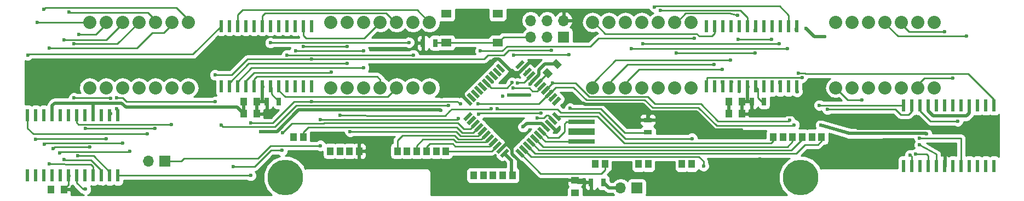
<source format=gbr>
G04 #@! TF.FileFunction,Copper,L2,Bot,Signal*
%FSLAX46Y46*%
G04 Gerber Fmt 4.6, Leading zero omitted, Abs format (unit mm)*
G04 Created by KiCad (PCBNEW 4.0.4+e1-6308~48~ubuntu14.04.1-stable) date Mon Nov 27 13:47:36 2017*
%MOMM*%
%LPD*%
G01*
G04 APERTURE LIST*
%ADD10C,0.100000*%
%ADD11R,1.250000X1.000000*%
%ADD12R,1.000000X1.250000*%
%ADD13R,0.700000X1.300000*%
%ADD14C,5.500000*%
%ADD15R,1.550000X1.300000*%
%ADD16R,1.000000X1.300000*%
%ADD17R,4.100000X0.700000*%
%ADD18R,4.100000X1.000000*%
%ADD19R,1.700000X1.700000*%
%ADD20O,1.700000X1.700000*%
%ADD21R,0.533000X1.981000*%
%ADD22O,2.032000X2.032000*%
%ADD23R,1.300000X0.700000*%
%ADD24C,0.600000*%
%ADD25C,0.500000*%
%ADD26C,0.250000*%
%ADD27C,0.254000*%
G04 APERTURE END LIST*
D10*
D11*
X185750000Y-127200000D03*
X185750000Y-129200000D03*
D12*
X136500000Y-115000000D03*
X134500000Y-115000000D03*
X211500000Y-115000000D03*
X209500000Y-115000000D03*
D13*
X164100000Y-105950000D03*
X162200000Y-105950000D03*
X138050000Y-115000000D03*
X139950000Y-115000000D03*
X213050000Y-115000000D03*
X214950000Y-115000000D03*
D10*
G36*
X177537958Y-108566280D02*
X177926866Y-108955188D01*
X176866206Y-110015848D01*
X176477298Y-109626940D01*
X177537958Y-108566280D01*
X177537958Y-108566280D01*
G37*
G36*
X178103643Y-109131966D02*
X178492551Y-109520874D01*
X177431891Y-110581534D01*
X177042983Y-110192626D01*
X178103643Y-109131966D01*
X178103643Y-109131966D01*
G37*
G36*
X178669328Y-109697651D02*
X179058236Y-110086559D01*
X177997576Y-111147219D01*
X177608668Y-110758311D01*
X178669328Y-109697651D01*
X178669328Y-109697651D01*
G37*
G36*
X179235014Y-110263336D02*
X179623922Y-110652244D01*
X178563262Y-111712904D01*
X178174354Y-111323996D01*
X179235014Y-110263336D01*
X179235014Y-110263336D01*
G37*
G36*
X179800699Y-110829022D02*
X180189607Y-111217930D01*
X179128947Y-112278590D01*
X178740039Y-111889682D01*
X179800699Y-110829022D01*
X179800699Y-110829022D01*
G37*
G36*
X180366385Y-111394707D02*
X180755293Y-111783615D01*
X179694633Y-112844275D01*
X179305725Y-112455367D01*
X180366385Y-111394707D01*
X180366385Y-111394707D01*
G37*
G36*
X180932070Y-111960393D02*
X181320978Y-112349301D01*
X180260318Y-113409961D01*
X179871410Y-113021053D01*
X180932070Y-111960393D01*
X180932070Y-111960393D01*
G37*
G36*
X181497756Y-112526078D02*
X181886664Y-112914986D01*
X180826004Y-113975646D01*
X180437096Y-113586738D01*
X181497756Y-112526078D01*
X181497756Y-112526078D01*
G37*
G36*
X182063441Y-113091764D02*
X182452349Y-113480672D01*
X181391689Y-114541332D01*
X181002781Y-114152424D01*
X182063441Y-113091764D01*
X182063441Y-113091764D01*
G37*
G36*
X182629126Y-113657449D02*
X183018034Y-114046357D01*
X181957374Y-115107017D01*
X181568466Y-114718109D01*
X182629126Y-113657449D01*
X182629126Y-113657449D01*
G37*
G36*
X183194812Y-114223134D02*
X183583720Y-114612042D01*
X182523060Y-115672702D01*
X182134152Y-115283794D01*
X183194812Y-114223134D01*
X183194812Y-114223134D01*
G37*
G36*
X183583720Y-117687958D02*
X183194812Y-118076866D01*
X182134152Y-117016206D01*
X182523060Y-116627298D01*
X183583720Y-117687958D01*
X183583720Y-117687958D01*
G37*
G36*
X183018034Y-118253643D02*
X182629126Y-118642551D01*
X181568466Y-117581891D01*
X181957374Y-117192983D01*
X183018034Y-118253643D01*
X183018034Y-118253643D01*
G37*
G36*
X182452349Y-118819328D02*
X182063441Y-119208236D01*
X181002781Y-118147576D01*
X181391689Y-117758668D01*
X182452349Y-118819328D01*
X182452349Y-118819328D01*
G37*
G36*
X181886664Y-119385014D02*
X181497756Y-119773922D01*
X180437096Y-118713262D01*
X180826004Y-118324354D01*
X181886664Y-119385014D01*
X181886664Y-119385014D01*
G37*
G36*
X181320978Y-119950699D02*
X180932070Y-120339607D01*
X179871410Y-119278947D01*
X180260318Y-118890039D01*
X181320978Y-119950699D01*
X181320978Y-119950699D01*
G37*
G36*
X180755293Y-120516385D02*
X180366385Y-120905293D01*
X179305725Y-119844633D01*
X179694633Y-119455725D01*
X180755293Y-120516385D01*
X180755293Y-120516385D01*
G37*
G36*
X180189607Y-121082070D02*
X179800699Y-121470978D01*
X178740039Y-120410318D01*
X179128947Y-120021410D01*
X180189607Y-121082070D01*
X180189607Y-121082070D01*
G37*
G36*
X179623922Y-121647756D02*
X179235014Y-122036664D01*
X178174354Y-120976004D01*
X178563262Y-120587096D01*
X179623922Y-121647756D01*
X179623922Y-121647756D01*
G37*
G36*
X179058236Y-122213441D02*
X178669328Y-122602349D01*
X177608668Y-121541689D01*
X177997576Y-121152781D01*
X179058236Y-122213441D01*
X179058236Y-122213441D01*
G37*
G36*
X178492551Y-122779126D02*
X178103643Y-123168034D01*
X177042983Y-122107374D01*
X177431891Y-121718466D01*
X178492551Y-122779126D01*
X178492551Y-122779126D01*
G37*
G36*
X177926866Y-123344812D02*
X177537958Y-123733720D01*
X176477298Y-122673060D01*
X176866206Y-122284152D01*
X177926866Y-123344812D01*
X177926866Y-123344812D01*
G37*
G36*
X175133794Y-122284152D02*
X175522702Y-122673060D01*
X174462042Y-123733720D01*
X174073134Y-123344812D01*
X175133794Y-122284152D01*
X175133794Y-122284152D01*
G37*
G36*
X174568109Y-121718466D02*
X174957017Y-122107374D01*
X173896357Y-123168034D01*
X173507449Y-122779126D01*
X174568109Y-121718466D01*
X174568109Y-121718466D01*
G37*
G36*
X174002424Y-121152781D02*
X174391332Y-121541689D01*
X173330672Y-122602349D01*
X172941764Y-122213441D01*
X174002424Y-121152781D01*
X174002424Y-121152781D01*
G37*
G36*
X173436738Y-120587096D02*
X173825646Y-120976004D01*
X172764986Y-122036664D01*
X172376078Y-121647756D01*
X173436738Y-120587096D01*
X173436738Y-120587096D01*
G37*
G36*
X172871053Y-120021410D02*
X173259961Y-120410318D01*
X172199301Y-121470978D01*
X171810393Y-121082070D01*
X172871053Y-120021410D01*
X172871053Y-120021410D01*
G37*
G36*
X172305367Y-119455725D02*
X172694275Y-119844633D01*
X171633615Y-120905293D01*
X171244707Y-120516385D01*
X172305367Y-119455725D01*
X172305367Y-119455725D01*
G37*
G36*
X171739682Y-118890039D02*
X172128590Y-119278947D01*
X171067930Y-120339607D01*
X170679022Y-119950699D01*
X171739682Y-118890039D01*
X171739682Y-118890039D01*
G37*
G36*
X171173996Y-118324354D02*
X171562904Y-118713262D01*
X170502244Y-119773922D01*
X170113336Y-119385014D01*
X171173996Y-118324354D01*
X171173996Y-118324354D01*
G37*
G36*
X170608311Y-117758668D02*
X170997219Y-118147576D01*
X169936559Y-119208236D01*
X169547651Y-118819328D01*
X170608311Y-117758668D01*
X170608311Y-117758668D01*
G37*
G36*
X170042626Y-117192983D02*
X170431534Y-117581891D01*
X169370874Y-118642551D01*
X168981966Y-118253643D01*
X170042626Y-117192983D01*
X170042626Y-117192983D01*
G37*
G36*
X169476940Y-116627298D02*
X169865848Y-117016206D01*
X168805188Y-118076866D01*
X168416280Y-117687958D01*
X169476940Y-116627298D01*
X169476940Y-116627298D01*
G37*
G36*
X169865848Y-115283794D02*
X169476940Y-115672702D01*
X168416280Y-114612042D01*
X168805188Y-114223134D01*
X169865848Y-115283794D01*
X169865848Y-115283794D01*
G37*
G36*
X170431534Y-114718109D02*
X170042626Y-115107017D01*
X168981966Y-114046357D01*
X169370874Y-113657449D01*
X170431534Y-114718109D01*
X170431534Y-114718109D01*
G37*
G36*
X170997219Y-114152424D02*
X170608311Y-114541332D01*
X169547651Y-113480672D01*
X169936559Y-113091764D01*
X170997219Y-114152424D01*
X170997219Y-114152424D01*
G37*
G36*
X171562904Y-113586738D02*
X171173996Y-113975646D01*
X170113336Y-112914986D01*
X170502244Y-112526078D01*
X171562904Y-113586738D01*
X171562904Y-113586738D01*
G37*
G36*
X172128590Y-113021053D02*
X171739682Y-113409961D01*
X170679022Y-112349301D01*
X171067930Y-111960393D01*
X172128590Y-113021053D01*
X172128590Y-113021053D01*
G37*
G36*
X172694275Y-112455367D02*
X172305367Y-112844275D01*
X171244707Y-111783615D01*
X171633615Y-111394707D01*
X172694275Y-112455367D01*
X172694275Y-112455367D01*
G37*
G36*
X173259961Y-111889682D02*
X172871053Y-112278590D01*
X171810393Y-111217930D01*
X172199301Y-110829022D01*
X173259961Y-111889682D01*
X173259961Y-111889682D01*
G37*
G36*
X173825646Y-111323996D02*
X173436738Y-111712904D01*
X172376078Y-110652244D01*
X172764986Y-110263336D01*
X173825646Y-111323996D01*
X173825646Y-111323996D01*
G37*
G36*
X174391332Y-110758311D02*
X174002424Y-111147219D01*
X172941764Y-110086559D01*
X173330672Y-109697651D01*
X174391332Y-110758311D01*
X174391332Y-110758311D01*
G37*
G36*
X174957017Y-110192626D02*
X174568109Y-110581534D01*
X173507449Y-109520874D01*
X173896357Y-109131966D01*
X174957017Y-110192626D01*
X174957017Y-110192626D01*
G37*
G36*
X175522702Y-109626940D02*
X175133794Y-110015848D01*
X174073134Y-108955188D01*
X174462042Y-108566280D01*
X175522702Y-109626940D01*
X175522702Y-109626940D01*
G37*
D12*
X106700000Y-128650000D03*
X104700000Y-128650000D03*
X136500000Y-116900000D03*
X134500000Y-116900000D03*
X211500000Y-116900000D03*
X209500000Y-116900000D03*
D13*
X190100000Y-127550000D03*
X188200000Y-127550000D03*
D10*
G36*
X181581281Y-111402602D02*
X180697398Y-110518719D01*
X181404505Y-109811612D01*
X182288388Y-110695495D01*
X181581281Y-111402602D01*
X181581281Y-111402602D01*
G37*
G36*
X182995495Y-109988388D02*
X182111612Y-109104505D01*
X182818719Y-108397398D01*
X183702602Y-109281281D01*
X182995495Y-109988388D01*
X182995495Y-109988388D01*
G37*
D14*
X140900000Y-126800000D03*
X220600000Y-126800000D03*
D15*
X173775000Y-101400000D03*
X165825000Y-101400000D03*
X173775000Y-105900000D03*
X165825000Y-105900000D03*
D16*
X143700000Y-120500000D03*
X142200000Y-120500000D03*
X147850000Y-122700000D03*
X149350000Y-122700000D03*
X152350000Y-122700000D03*
X150850000Y-122700000D03*
X158250000Y-122700000D03*
X159750000Y-122700000D03*
X161250000Y-122700000D03*
X162750000Y-122700000D03*
X165750000Y-122700000D03*
X164250000Y-122700000D03*
X190350000Y-124700000D03*
X188850000Y-124700000D03*
X203750000Y-124700000D03*
X202250000Y-124700000D03*
X216350000Y-120500000D03*
X217850000Y-120500000D03*
X219350000Y-120500000D03*
X220850000Y-120500000D03*
X223850000Y-120500000D03*
X222350000Y-120500000D03*
X170050000Y-126450000D03*
X171550000Y-126450000D03*
X173050000Y-126450000D03*
X176050000Y-126450000D03*
X174550000Y-126450000D03*
D17*
X186700000Y-121200000D03*
X186700000Y-118200000D03*
D18*
X186700000Y-119700000D03*
D19*
X122300000Y-124250000D03*
D20*
X119760000Y-124250000D03*
D19*
X195300000Y-128400000D03*
D20*
X192760000Y-128400000D03*
D19*
X183950000Y-105000000D03*
D20*
X183950000Y-102460000D03*
X181410000Y-105000000D03*
X181410000Y-102460000D03*
X178870000Y-105000000D03*
X178870000Y-102460000D03*
D21*
X236515000Y-115613500D03*
X237785000Y-115613500D03*
X239055000Y-115613500D03*
X240325000Y-115613500D03*
X241595000Y-115613500D03*
X242865000Y-115613500D03*
X250485000Y-115613500D03*
X249215000Y-115613500D03*
X247945000Y-115613500D03*
X246675000Y-115613500D03*
X245405000Y-115613500D03*
X244135000Y-115613500D03*
X250485000Y-124986500D03*
X249215000Y-124986500D03*
X247945000Y-124986500D03*
X246675000Y-124986500D03*
X245405000Y-124986500D03*
X236515000Y-124986500D03*
X237785000Y-124986500D03*
X239055000Y-124986500D03*
X240325000Y-124986500D03*
X241595000Y-124986500D03*
X242865000Y-124986500D03*
X244135000Y-124986500D03*
X206015000Y-103313500D03*
X207285000Y-103313500D03*
X208555000Y-103313500D03*
X209825000Y-103313500D03*
X211095000Y-103313500D03*
X212365000Y-103313500D03*
X219985000Y-103313500D03*
X218715000Y-103313500D03*
X217445000Y-103313500D03*
X216175000Y-103313500D03*
X214905000Y-103313500D03*
X213635000Y-103313500D03*
X219985000Y-112686500D03*
X218715000Y-112686500D03*
X217445000Y-112686500D03*
X216175000Y-112686500D03*
X214905000Y-112686500D03*
X206015000Y-112686500D03*
X207285000Y-112686500D03*
X208555000Y-112686500D03*
X209825000Y-112686500D03*
X211095000Y-112686500D03*
X212365000Y-112686500D03*
X213635000Y-112686500D03*
X131015000Y-103313500D03*
X132285000Y-103313500D03*
X133555000Y-103313500D03*
X134825000Y-103313500D03*
X136095000Y-103313500D03*
X137365000Y-103313500D03*
X144985000Y-103313500D03*
X143715000Y-103313500D03*
X142445000Y-103313500D03*
X141175000Y-103313500D03*
X139905000Y-103313500D03*
X138635000Y-103313500D03*
X144985000Y-112686500D03*
X143715000Y-112686500D03*
X142445000Y-112686500D03*
X141175000Y-112686500D03*
X139905000Y-112686500D03*
X131015000Y-112686500D03*
X132285000Y-112686500D03*
X133555000Y-112686500D03*
X134825000Y-112686500D03*
X136095000Y-112686500D03*
X137365000Y-112686500D03*
X138635000Y-112686500D03*
X101065000Y-117113500D03*
X102335000Y-117113500D03*
X103605000Y-117113500D03*
X104875000Y-117113500D03*
X106145000Y-117113500D03*
X107415000Y-117113500D03*
X115035000Y-117113500D03*
X113765000Y-117113500D03*
X112495000Y-117113500D03*
X111225000Y-117113500D03*
X109955000Y-117113500D03*
X108685000Y-117113500D03*
X115035000Y-126486500D03*
X113765000Y-126486500D03*
X112495000Y-126486500D03*
X111225000Y-126486500D03*
X109955000Y-126486500D03*
X101065000Y-126486500D03*
X102335000Y-126486500D03*
X103605000Y-126486500D03*
X104875000Y-126486500D03*
X106145000Y-126486500D03*
X107415000Y-126486500D03*
X108685000Y-126486500D03*
D22*
X125920000Y-112880000D03*
X123380000Y-112880000D03*
X120840000Y-112880000D03*
X118300000Y-112880000D03*
X115760000Y-112880000D03*
X113220000Y-112880000D03*
X110680000Y-112880000D03*
X125920000Y-102720000D03*
X123380000Y-102720000D03*
X120840000Y-102720000D03*
X110680000Y-102720000D03*
X113220000Y-102720000D03*
X115760000Y-102720000D03*
X118300000Y-102720000D03*
X163220000Y-112880000D03*
X160680000Y-112880000D03*
X158140000Y-112880000D03*
X155600000Y-112880000D03*
X153060000Y-112880000D03*
X150520000Y-112880000D03*
X147980000Y-112880000D03*
X163220000Y-102720000D03*
X160680000Y-102720000D03*
X158140000Y-102720000D03*
X147980000Y-102720000D03*
X150520000Y-102720000D03*
X153060000Y-102720000D03*
X155600000Y-102720000D03*
X203670000Y-112880000D03*
X201130000Y-112880000D03*
X198590000Y-112880000D03*
X196050000Y-112880000D03*
X193510000Y-112880000D03*
X190970000Y-112880000D03*
X188430000Y-112880000D03*
X203670000Y-102720000D03*
X201130000Y-102720000D03*
X198590000Y-102720000D03*
X188430000Y-102720000D03*
X190970000Y-102720000D03*
X193510000Y-102720000D03*
X196050000Y-102720000D03*
X241270000Y-112880000D03*
X238730000Y-112880000D03*
X236190000Y-112880000D03*
X233650000Y-112880000D03*
X231110000Y-112880000D03*
X228570000Y-112880000D03*
X226030000Y-112880000D03*
X241270000Y-102720000D03*
X238730000Y-102720000D03*
X236190000Y-102720000D03*
X226030000Y-102720000D03*
X228570000Y-102720000D03*
X231110000Y-102720000D03*
X233650000Y-102720000D03*
D16*
X197050000Y-124700000D03*
X195550000Y-124700000D03*
D23*
X197000000Y-117900000D03*
X197000000Y-119800000D03*
D24*
X173775000Y-101400000D03*
X165825000Y-101400000D03*
X240325000Y-115613500D03*
X177707107Y-118942893D03*
X178750000Y-112300000D03*
X174232233Y-109856750D03*
X175450000Y-114050000D03*
X178700000Y-114050000D03*
X175900000Y-124150000D03*
X186700000Y-119700000D03*
X216175000Y-103313500D03*
X224325000Y-104925000D03*
X221425000Y-103675000D03*
X169706750Y-114382233D03*
X104700000Y-128650000D03*
X118925000Y-115900000D03*
X209825000Y-103313500D03*
X141150000Y-103350000D03*
X134825000Y-103313500D03*
X228100000Y-119950000D03*
X223700000Y-118675000D03*
X240100000Y-120050000D03*
X185750000Y-129200000D03*
X209500000Y-115000000D03*
X181161880Y-119049138D03*
X134475000Y-117250000D03*
X211500000Y-116900000D03*
X185800000Y-115300000D03*
X185750000Y-127275000D03*
X211475000Y-119475000D03*
X242100000Y-119250000D03*
X230925000Y-117750000D03*
X230900000Y-121400000D03*
X152175000Y-116325000D03*
X175175000Y-120500000D03*
X137365000Y-112686500D03*
X137400000Y-107100000D03*
X214325000Y-123950000D03*
X176875000Y-103800000D03*
X178675000Y-108925000D03*
X174525000Y-114200000D03*
X173975000Y-118375000D03*
X182675000Y-119450000D03*
X182375000Y-127350000D03*
X165125000Y-114275000D03*
X164950000Y-116400000D03*
X137075000Y-119650000D03*
X107415000Y-126486500D03*
X136550000Y-116875000D03*
X136725000Y-128325000D03*
X112400000Y-128225000D03*
X242900000Y-124350000D03*
X106700000Y-128650000D03*
X176150000Y-112950000D03*
X183200000Y-114650000D03*
X170750000Y-115400000D03*
X168000000Y-115400000D03*
X219600000Y-118650000D03*
X182000000Y-113550000D03*
X220050000Y-113500000D03*
X135550000Y-118300000D03*
X135550000Y-126500000D03*
X145000000Y-115000000D03*
X145000000Y-113200000D03*
X250485000Y-124386500D03*
X146350000Y-117800000D03*
X146350000Y-121850000D03*
X167650000Y-117650000D03*
X182000000Y-114650000D03*
X180500000Y-116850000D03*
X170850000Y-117000000D03*
X179900000Y-117600000D03*
X119600000Y-120050000D03*
X140450000Y-122600000D03*
X140500000Y-119900000D03*
X132900000Y-125100000D03*
X172900000Y-111950000D03*
X172800000Y-116150000D03*
X149400000Y-117150000D03*
X150950000Y-119700000D03*
X205600000Y-125000000D03*
X203800000Y-120750000D03*
X173100862Y-110988120D03*
X173700000Y-116100000D03*
X176800000Y-112150000D03*
X178250000Y-110500000D03*
X110050000Y-128600000D03*
X244150000Y-124400000D03*
X182050000Y-107100000D03*
X114825000Y-116125000D03*
X114875000Y-114400000D03*
X144985000Y-103313500D03*
X144975000Y-108450000D03*
X182262742Y-112150000D03*
X218900000Y-117900000D03*
X130100000Y-115050000D03*
X130050000Y-110900000D03*
X220250000Y-110600000D03*
X219950000Y-103850000D03*
X102350000Y-116450000D03*
X102600000Y-102750000D03*
X103600000Y-100700000D03*
X103600000Y-116450000D03*
X107415000Y-117113500D03*
X107450000Y-101150000D03*
X113900000Y-114500000D03*
X113900000Y-116900000D03*
X108250000Y-106100000D03*
X108250000Y-114450000D03*
X123350000Y-118550000D03*
X109000000Y-104650000D03*
X108800000Y-123450000D03*
X106750000Y-124000000D03*
X106700000Y-105500000D03*
X104400000Y-106750000D03*
X104400000Y-124700000D03*
X110000000Y-119200000D03*
X120800000Y-119200000D03*
X109955000Y-126486500D03*
X101065000Y-126486500D03*
X101100000Y-107800000D03*
X113200000Y-120750000D03*
X102335000Y-126486500D03*
X102350000Y-120900000D03*
X115800000Y-121450000D03*
X103605000Y-126486500D03*
X103650000Y-121650000D03*
X105050000Y-122300000D03*
X110700000Y-122100000D03*
X104875000Y-126486500D03*
X116900000Y-122750000D03*
X106050000Y-122950000D03*
X106145000Y-126486500D03*
X132285000Y-103313500D03*
X160050000Y-105850000D03*
X138625000Y-105925000D03*
X138635000Y-103313500D03*
X143700000Y-106500000D03*
X150475000Y-106500000D03*
X143715000Y-112686500D03*
X142500000Y-107150000D03*
X153050000Y-107150000D03*
X142445000Y-112686500D03*
X141200000Y-107800000D03*
X160700000Y-107800000D03*
X141175000Y-112686500D03*
X131050000Y-118700000D03*
X131015000Y-112686500D03*
X166150000Y-115650000D03*
X171100000Y-107200000D03*
X206050000Y-103900000D03*
X204200000Y-105200000D03*
X150525000Y-109125000D03*
X153050000Y-109800000D03*
X148000000Y-110500000D03*
X208600000Y-103300000D03*
X198900000Y-100900000D03*
X198000000Y-100350000D03*
X201400000Y-107500000D03*
X213600000Y-107500000D03*
X213600000Y-104000000D03*
X194400000Y-106800000D03*
X218600000Y-106800000D03*
X218700000Y-112100000D03*
X196200000Y-106100000D03*
X217300000Y-106100000D03*
X217400000Y-112100000D03*
X210875000Y-101625000D03*
X210925000Y-105350000D03*
X216100000Y-105400000D03*
X216200000Y-112100000D03*
X214900000Y-112400000D03*
X223500000Y-115600000D03*
X220850000Y-111300000D03*
X207200000Y-109300000D03*
X207300000Y-112100000D03*
X208500000Y-110000000D03*
X208500000Y-112000000D03*
X209800000Y-108600000D03*
X209900000Y-112000000D03*
X211150000Y-113450000D03*
X224750000Y-116250000D03*
X244900000Y-118050000D03*
X242900000Y-115100000D03*
X242900000Y-104200000D03*
X249200000Y-115100000D03*
X246250000Y-104900000D03*
X244100000Y-115050000D03*
X244150000Y-111400000D03*
X249215000Y-124386500D03*
X247945000Y-124386500D03*
X246675000Y-124386500D03*
X239000000Y-120700000D03*
X237550000Y-123300000D03*
X239055000Y-124386500D03*
X230100000Y-114750000D03*
X238400000Y-123150000D03*
X239000000Y-121750000D03*
X197000000Y-119850000D03*
X176000000Y-112100000D03*
X176250000Y-107800000D03*
X184750000Y-107750000D03*
X184950000Y-116050000D03*
D25*
X192760000Y-128400000D02*
X190950000Y-128400000D01*
X190950000Y-128400000D02*
X190100000Y-127550000D01*
X240325000Y-115613500D02*
X240325000Y-116475000D01*
X240325000Y-116475000D02*
X241100000Y-117250000D01*
X246675000Y-116825000D02*
X246675000Y-115613500D01*
X246250000Y-117250000D02*
X246675000Y-116825000D01*
X241100000Y-117250000D02*
X246250000Y-117250000D01*
X181161880Y-119049138D02*
X180512742Y-118400000D01*
X178250000Y-118400000D02*
X180512742Y-118400000D01*
X178250000Y-118400000D02*
X177707107Y-118942893D01*
X179464823Y-111585177D02*
X178750000Y-112300000D01*
X178700000Y-114050000D02*
X175450000Y-114050000D01*
X175900000Y-126300000D02*
X175900000Y-124150000D01*
X175900000Y-124150000D02*
X174797918Y-123047918D01*
X175900000Y-126300000D02*
X176050000Y-126450000D01*
X222675000Y-104925000D02*
X224325000Y-104925000D01*
X221425000Y-103675000D02*
X222675000Y-104925000D01*
X111225000Y-117113500D02*
X111225000Y-115275000D01*
X111225000Y-115275000D02*
X111225000Y-115475000D01*
X111225000Y-115475000D02*
X111225000Y-115275000D01*
X104875000Y-117113500D02*
X104875000Y-115650000D01*
X133500000Y-115900000D02*
X134500000Y-116900000D01*
X116250000Y-115900000D02*
X118925000Y-115900000D01*
X118925000Y-115900000D02*
X133500000Y-115900000D01*
X115625000Y-115275000D02*
X116250000Y-115900000D01*
X105250000Y-115275000D02*
X111225000Y-115275000D01*
X111225000Y-115275000D02*
X115625000Y-115275000D01*
X104875000Y-115650000D02*
X105250000Y-115275000D01*
X141150000Y-103350000D02*
X141175000Y-103325000D01*
X141175000Y-103325000D02*
X141175000Y-103313500D01*
X134500000Y-115000000D02*
X134500000Y-116900000D01*
X239975000Y-119925000D02*
X228100000Y-119950000D01*
X228100000Y-119950000D02*
X223700000Y-118675000D01*
X240100000Y-120050000D02*
X239975000Y-119925000D01*
X209500000Y-116900000D02*
X209500000Y-115000000D01*
X174797918Y-123008936D02*
X174797918Y-123002082D01*
X174797918Y-123008936D02*
X174797918Y-123047918D01*
X179464823Y-111553806D02*
X179464823Y-111585177D01*
X179464823Y-111553806D02*
X179471194Y-111553806D01*
X179471194Y-111553806D02*
X180150000Y-110875000D01*
X180150000Y-110875000D02*
X180150000Y-110125000D01*
X180150000Y-110125000D02*
X181082107Y-109192893D01*
X181082107Y-109192893D02*
X182907107Y-109192893D01*
X134475000Y-117250000D02*
X134500000Y-117225000D01*
X134500000Y-117225000D02*
X134500000Y-116900000D01*
D26*
X174797918Y-123008936D02*
X174741064Y-123008936D01*
D25*
X197600000Y-116650000D02*
X197600000Y-116800000D01*
X197000000Y-117250000D02*
X197600000Y-116650000D01*
X197000000Y-117900000D02*
X197000000Y-117250000D01*
X197600000Y-116800000D02*
X196250000Y-115450000D01*
X168418146Y-113331854D02*
X173300000Y-108450000D01*
X173300000Y-108450000D02*
X173956854Y-108450000D01*
X173956854Y-108450000D02*
X174797918Y-109291064D01*
X185800000Y-115300000D02*
X187100000Y-115300000D01*
X187100000Y-115300000D02*
X187250000Y-115450000D01*
X187250000Y-115450000D02*
X196250000Y-115450000D01*
X185750000Y-127275000D02*
X185750000Y-127200000D01*
X197450000Y-116650000D02*
X197600000Y-116800000D01*
X204550000Y-116650000D02*
X197450000Y-116650000D01*
X207325000Y-119425000D02*
X204550000Y-116650000D01*
X211425000Y-119425000D02*
X207325000Y-119425000D01*
X211475000Y-119475000D02*
X211425000Y-119425000D01*
X242100000Y-119250000D02*
X242000000Y-119250000D01*
X241900000Y-119150000D02*
X229400000Y-119150000D01*
X242000000Y-119250000D02*
X241900000Y-119150000D01*
X175175000Y-121500000D02*
X175175000Y-121625000D01*
X177550000Y-124700000D02*
X177600000Y-124700000D01*
X175994976Y-123144976D02*
X177550000Y-124700000D01*
X175994976Y-122444976D02*
X175994976Y-123144976D01*
X175175000Y-121625000D02*
X175994976Y-122444976D01*
X137350000Y-112701500D02*
X137365000Y-112686500D01*
X177767767Y-109856750D02*
X177767767Y-109832233D01*
X177767767Y-109832233D02*
X178675000Y-108925000D01*
X213050000Y-116450000D02*
X213050000Y-115000000D01*
X213675000Y-117075000D02*
X213050000Y-116450000D01*
X219600000Y-117075000D02*
X213675000Y-117075000D01*
X220275000Y-117750000D02*
X219600000Y-117075000D01*
X230925000Y-117750000D02*
X220275000Y-117750000D01*
X211500000Y-115000000D02*
X211500000Y-116900000D01*
X174232233Y-122443250D02*
X174232233Y-122442767D01*
X174232233Y-122442767D02*
X175175000Y-121500000D01*
X175175000Y-119575000D02*
X173975000Y-118375000D01*
X175175000Y-121500000D02*
X175175000Y-120500000D01*
X175175000Y-120500000D02*
X175175000Y-119575000D01*
X174232233Y-122443250D02*
X174231750Y-122443250D01*
X181727565Y-118483452D02*
X181727565Y-118502565D01*
X181727565Y-118502565D02*
X182675000Y-119450000D01*
X174797918Y-109291064D02*
X174816064Y-109291064D01*
X174816064Y-109291064D02*
X176100000Y-110575000D01*
X177049517Y-110575000D02*
X177767767Y-109856750D01*
X176100000Y-110575000D02*
X177049517Y-110575000D01*
X168418146Y-114225000D02*
X168418146Y-113331854D01*
X152175000Y-116325000D02*
X164875000Y-116325000D01*
X168418146Y-114225000D02*
X169141064Y-114947918D01*
X165175000Y-114225000D02*
X168418146Y-114225000D01*
X165125000Y-114275000D02*
X165175000Y-114225000D01*
X164875000Y-116325000D02*
X164950000Y-116400000D01*
X142975000Y-116325000D02*
X152175000Y-116325000D01*
X139650000Y-119650000D02*
X142975000Y-116325000D01*
X139650000Y-119650000D02*
X137075000Y-119650000D01*
D26*
X106700000Y-128650000D02*
X107415000Y-127935000D01*
X107415000Y-126486500D02*
X107415000Y-127935000D01*
D25*
X136550000Y-116875000D02*
X136525000Y-116900000D01*
X123300000Y-128325000D02*
X136725000Y-128325000D01*
X112500000Y-128325000D02*
X123300000Y-128325000D01*
X112400000Y-128225000D02*
X112500000Y-128325000D01*
X136525000Y-116900000D02*
X136500000Y-116900000D01*
X242900000Y-124350000D02*
X242865000Y-124385000D01*
X242865000Y-124385000D02*
X242865000Y-124986500D01*
X212400000Y-115000000D02*
X212400000Y-112721500D01*
X212400000Y-112721500D02*
X212365000Y-112686500D01*
X211500000Y-115000000D02*
X212400000Y-115000000D01*
X212400000Y-115000000D02*
X213050000Y-115000000D01*
X136500000Y-115000000D02*
X136500000Y-116900000D01*
X137350000Y-115000000D02*
X137350000Y-112701500D01*
X138050000Y-115000000D02*
X137350000Y-115000000D01*
X137350000Y-115000000D02*
X136500000Y-115000000D01*
X188200000Y-127550000D02*
X186100000Y-127550000D01*
X186100000Y-127550000D02*
X185750000Y-127200000D01*
D26*
X180030509Y-120180509D02*
X180080509Y-120180509D01*
X180080509Y-120180509D02*
X181100000Y-121200000D01*
X181100000Y-121200000D02*
X186700000Y-121200000D01*
X180596194Y-119614823D02*
X180596194Y-119646194D01*
X180596194Y-119646194D02*
X181600000Y-120650000D01*
X184125000Y-118475000D02*
X184400000Y-118200000D01*
X184125000Y-119675000D02*
X184125000Y-118475000D01*
X183150000Y-120650000D02*
X184125000Y-119675000D01*
X181600000Y-120650000D02*
X183150000Y-120650000D01*
X184400000Y-118200000D02*
X186700000Y-118200000D01*
X180596194Y-119614823D02*
X180614823Y-119614823D01*
X184400000Y-118200000D02*
X186700000Y-118200000D01*
X179850000Y-113400000D02*
X180564823Y-112685177D01*
X179100000Y-113400000D02*
X179850000Y-113400000D01*
X178650000Y-112950000D02*
X179100000Y-113400000D01*
X176150000Y-112950000D02*
X178650000Y-112950000D01*
X180564823Y-112685177D02*
X180596194Y-112685177D01*
X183200000Y-114650000D02*
X182902082Y-114947918D01*
X182902082Y-114947918D02*
X182858936Y-114947918D01*
X168000000Y-115400000D02*
X167900000Y-115400000D01*
X180100000Y-115400000D02*
X170750000Y-115400000D01*
X181683452Y-113816548D02*
X180100000Y-115400000D01*
X167500000Y-115000000D02*
X145000000Y-115000000D01*
X167900000Y-115400000D02*
X167500000Y-115000000D01*
X181727565Y-113816548D02*
X181683452Y-113816548D01*
X182744113Y-112800000D02*
X181727565Y-113816548D01*
X185500000Y-112800000D02*
X182744113Y-112800000D01*
X187500000Y-114800000D02*
X185500000Y-112800000D01*
X196500000Y-114800000D02*
X187500000Y-114800000D01*
X197700000Y-116000000D02*
X196500000Y-114800000D01*
X204800000Y-116000000D02*
X197700000Y-116000000D01*
X207600000Y-118800000D02*
X204800000Y-116000000D01*
X219450000Y-118800000D02*
X207600000Y-118800000D01*
X219600000Y-118650000D02*
X219450000Y-118800000D01*
X182000000Y-113550000D02*
X181733452Y-113816548D01*
X181733452Y-113816548D02*
X181727565Y-113816548D01*
X220050000Y-113500000D02*
X219985000Y-113435000D01*
X219985000Y-113435000D02*
X219985000Y-112686500D01*
X135550000Y-118300000D02*
X139000000Y-118300000D01*
X139300000Y-118000000D02*
X142300000Y-115000000D01*
X142300000Y-115000000D02*
X145000000Y-115000000D01*
X139000000Y-118300000D02*
X139300000Y-118000000D01*
X115035000Y-126486500D02*
X135536500Y-126486500D01*
X135536500Y-126486500D02*
X135550000Y-126500000D01*
X145000000Y-113200000D02*
X144985000Y-113185000D01*
X144985000Y-113185000D02*
X144985000Y-112686500D01*
X219985000Y-112885000D02*
X220000000Y-112900000D01*
X219985000Y-112885000D02*
X219985000Y-112686500D01*
X157750000Y-117800000D02*
X146350000Y-117800000D01*
X167500000Y-117800000D02*
X157750000Y-117800000D01*
X167650000Y-117650000D02*
X167500000Y-117800000D01*
X146350000Y-121850000D02*
X146350000Y-121900000D01*
X146350000Y-121900000D02*
X146350000Y-121850000D01*
X146350000Y-121850000D02*
X146350000Y-121900000D01*
X124850000Y-124250000D02*
X125250000Y-123850000D01*
X125250000Y-123850000D02*
X136650000Y-123850000D01*
X136650000Y-123850000D02*
X138600000Y-121900000D01*
X138600000Y-121900000D02*
X146350000Y-121900000D01*
X122300000Y-124250000D02*
X124850000Y-124250000D01*
X182000000Y-114650000D02*
X182267767Y-114382233D01*
X171000000Y-116850000D02*
X180500000Y-116850000D01*
X170850000Y-117000000D02*
X171000000Y-116850000D01*
X182267767Y-114382233D02*
X182293250Y-114382233D01*
X165825000Y-105900000D02*
X164150000Y-105900000D01*
X174675000Y-105000000D02*
X173775000Y-105900000D01*
X178870000Y-105000000D02*
X174675000Y-105000000D01*
X173775000Y-105900000D02*
X165825000Y-105900000D01*
X164150000Y-105900000D02*
X164100000Y-105950000D01*
X182293250Y-117917767D02*
X182293250Y-117893250D01*
X182293250Y-117893250D02*
X181550000Y-117150000D01*
X181550000Y-117150000D02*
X181300000Y-117150000D01*
X181300000Y-117150000D02*
X180900000Y-117550000D01*
X180900000Y-117550000D02*
X179950000Y-117550000D01*
X179950000Y-117550000D02*
X179900000Y-117600000D01*
X101065000Y-117113500D02*
X101065000Y-119165000D01*
X101950000Y-120050000D02*
X119600000Y-120050000D01*
X101065000Y-119165000D02*
X101950000Y-120050000D01*
X171969491Y-120180509D02*
X171919491Y-120180509D01*
X171919491Y-120180509D02*
X171250002Y-120849998D01*
X158250000Y-121050000D02*
X158250000Y-122700000D01*
X159050000Y-120250000D02*
X158250000Y-121050000D01*
X167100000Y-120250000D02*
X159050000Y-120250000D01*
X167699998Y-120849998D02*
X167100000Y-120250000D01*
X171250002Y-120849998D02*
X167699998Y-120849998D01*
X171969491Y-120180509D02*
X171969491Y-120230509D01*
X172535177Y-120746194D02*
X172503806Y-120746194D01*
X172503806Y-120746194D02*
X171950000Y-121300000D01*
X161250000Y-121850000D02*
X161250000Y-122700000D01*
X162200000Y-120900000D02*
X161250000Y-121850000D01*
X166950000Y-120900000D02*
X162200000Y-120900000D01*
X167350000Y-121300000D02*
X166950000Y-120900000D01*
X171950000Y-121300000D02*
X167350000Y-121300000D01*
X172535177Y-120746194D02*
X172535177Y-120764823D01*
X173100862Y-121311880D02*
X173100862Y-121349138D01*
X173100862Y-121349138D02*
X172500000Y-121950000D01*
X163300000Y-121550000D02*
X162750000Y-122100000D01*
X166800000Y-121550000D02*
X163300000Y-121550000D01*
X167200000Y-121950000D02*
X166800000Y-121550000D01*
X172500000Y-121950000D02*
X167200000Y-121950000D01*
X162750000Y-122100000D02*
X162750000Y-122700000D01*
X173100862Y-121311880D02*
X173100862Y-121349136D01*
X173666548Y-121877565D02*
X173666548Y-121883452D01*
X173666548Y-121883452D02*
X172850000Y-122700000D01*
X172850000Y-122700000D02*
X165750000Y-122700000D01*
X173666548Y-121877565D02*
X173622435Y-121877565D01*
X158450000Y-119000000D02*
X144500000Y-119000000D01*
X143700000Y-119800000D02*
X143700000Y-120500000D01*
X144500000Y-119000000D02*
X143700000Y-119800000D01*
X170838120Y-119049138D02*
X170800862Y-119049138D01*
X170800862Y-119049138D02*
X170000000Y-119850000D01*
X167450000Y-119000000D02*
X158450000Y-119000000D01*
X168300000Y-119850000D02*
X167450000Y-119000000D01*
X170000000Y-119850000D02*
X168300000Y-119850000D01*
X170838120Y-119049138D02*
X170750862Y-119049138D01*
X158150000Y-118350000D02*
X146950000Y-118350000D01*
X141950000Y-118450000D02*
X140500000Y-119900000D01*
X146850000Y-118450000D02*
X141950000Y-118450000D01*
X146950000Y-118350000D02*
X146850000Y-118450000D01*
X140450000Y-122600000D02*
X138700000Y-122600000D01*
X138700000Y-122600000D02*
X136200000Y-125100000D01*
X136200000Y-125100000D02*
X132900000Y-125100000D01*
X170272435Y-118483452D02*
X170266548Y-118483452D01*
X170266548Y-118483452D02*
X169500000Y-119250000D01*
X167600000Y-118350000D02*
X158150000Y-118350000D01*
X168500000Y-119250000D02*
X167600000Y-118350000D01*
X169500000Y-119250000D02*
X168500000Y-119250000D01*
X170272435Y-118483452D02*
X170272435Y-118527565D01*
X165650000Y-117200000D02*
X157450000Y-117200000D01*
X169900000Y-116200000D02*
X172750000Y-116200000D01*
X172900000Y-111950000D02*
X172535177Y-111585177D01*
X172750000Y-116200000D02*
X172800000Y-116150000D01*
X166650000Y-116200000D02*
X169100000Y-116200000D01*
X166350000Y-116500000D02*
X166650000Y-116200000D01*
X169100000Y-116200000D02*
X169900000Y-116200000D01*
X166350000Y-116500000D02*
X165650000Y-117200000D01*
X157450000Y-117200000D02*
X149400000Y-117150000D01*
X172535177Y-111585177D02*
X172535177Y-111553806D01*
X172535177Y-111685177D02*
X172535177Y-111553806D01*
X158750000Y-119650000D02*
X151000000Y-119650000D01*
X151000000Y-119650000D02*
X150950000Y-119700000D01*
X171403806Y-119614823D02*
X171403806Y-119646194D01*
X171403806Y-119646194D02*
X170700000Y-120350000D01*
X167350000Y-119650000D02*
X158750000Y-119650000D01*
X158750000Y-119650000D02*
X158700000Y-119650000D01*
X168050000Y-120350000D02*
X167350000Y-119650000D01*
X170700000Y-120350000D02*
X168050000Y-120350000D01*
X171403806Y-119614823D02*
X171335175Y-119614823D01*
X215900000Y-121500000D02*
X216000000Y-121500000D01*
X216000000Y-121500000D02*
X216350000Y-121150000D01*
X216350000Y-121150000D02*
X216350000Y-120500000D01*
X193300000Y-121500000D02*
X215900000Y-121500000D01*
X189152082Y-117352082D02*
X193300000Y-121500000D01*
X182858936Y-117352082D02*
X189152082Y-117352082D01*
X215900000Y-121500000D02*
X215800000Y-121500000D01*
X182858936Y-117352082D02*
X182858936Y-117358936D01*
X180850000Y-122050000D02*
X180768629Y-122050000D01*
X180768629Y-122050000D02*
X179464823Y-120746194D01*
X180850000Y-122050000D02*
X181000000Y-122050000D01*
X218550000Y-122050000D02*
X180850000Y-122050000D01*
X219350000Y-120500000D02*
X219350000Y-121250000D01*
X219350000Y-121250000D02*
X218550000Y-122050000D01*
X179464823Y-120746194D02*
X179546194Y-120746194D01*
X220850000Y-120500000D02*
X220850000Y-120850000D01*
X220850000Y-120850000D02*
X219150000Y-122550000D01*
X178899138Y-121311880D02*
X178911880Y-121311880D01*
X178911880Y-121311880D02*
X180150000Y-122550000D01*
X180150000Y-122550000D02*
X219150000Y-122550000D01*
X219899969Y-123074985D02*
X219925015Y-123074985D01*
X221300000Y-121700000D02*
X223300000Y-121700000D01*
X223300000Y-121700000D02*
X223850000Y-121150000D01*
X219925015Y-123074985D02*
X221300000Y-121700000D01*
X223850000Y-121150000D02*
X223850000Y-120500000D01*
X178333452Y-121877565D02*
X178377565Y-121877565D01*
X178377565Y-121877565D02*
X179550000Y-123050000D01*
X179550000Y-123050000D02*
X219899969Y-123074985D01*
X219899969Y-123074985D02*
X219925000Y-123075000D01*
X204100000Y-123575000D02*
X204875000Y-123575000D01*
X205600000Y-124300000D02*
X205600000Y-125000000D01*
X204875000Y-123575000D02*
X205600000Y-124300000D01*
X204100000Y-123575000D02*
X178975000Y-123575000D01*
X177767767Y-122443250D02*
X177843250Y-122443250D01*
X177843250Y-122443250D02*
X178975000Y-123575000D01*
X177202082Y-123008936D02*
X177208936Y-123008936D01*
X177208936Y-123008936D02*
X180400000Y-126200000D01*
X180400000Y-126200000D02*
X189800000Y-126200000D01*
X189800000Y-126200000D02*
X190350000Y-125650000D01*
X190350000Y-125650000D02*
X190350000Y-124900000D01*
X199350000Y-120750000D02*
X203800000Y-120750000D01*
X199350000Y-120750000D02*
X193500000Y-120750000D01*
X193500000Y-120750000D02*
X189450000Y-116700000D01*
X189450000Y-116700000D02*
X183900000Y-116700000D01*
X183500000Y-116700000D02*
X183000000Y-116200000D01*
X183000000Y-116200000D02*
X178312742Y-116200000D01*
X183900000Y-116700000D02*
X183500000Y-116700000D01*
X173800000Y-116200000D02*
X178312742Y-116200000D01*
X173700000Y-116100000D02*
X173800000Y-116200000D01*
X176900000Y-112050000D02*
X177837258Y-112050000D01*
X176800000Y-112150000D02*
X176900000Y-112050000D01*
X177837258Y-112050000D02*
X178899138Y-110988120D01*
X178250000Y-110500000D02*
X178327565Y-110422435D01*
X178327565Y-110422435D02*
X178333452Y-110422435D01*
X108685000Y-126486500D02*
X108685000Y-127635000D01*
X109650000Y-128600000D02*
X110050000Y-128600000D01*
X108685000Y-127635000D02*
X109650000Y-128600000D01*
X139950000Y-115000000D02*
X138800000Y-113850000D01*
X138800000Y-113850000D02*
X138800000Y-112851500D01*
X138800000Y-112851500D02*
X138635000Y-112686500D01*
X214950000Y-115000000D02*
X214550000Y-115000000D01*
X214000000Y-113051500D02*
X213635000Y-112686500D01*
X214000000Y-114450000D02*
X214000000Y-113051500D01*
X214550000Y-115000000D02*
X214000000Y-114450000D01*
X244150000Y-124400000D02*
X244135000Y-124415000D01*
X244135000Y-124415000D02*
X244135000Y-124986500D01*
X174400000Y-107850000D02*
X174700000Y-107850000D01*
X175450000Y-107100000D02*
X182050000Y-107100000D01*
X174700000Y-107850000D02*
X175450000Y-107100000D01*
X172275000Y-107850000D02*
X174400000Y-107850000D01*
X171687500Y-108437500D02*
X172275000Y-107850000D01*
X144975000Y-108437500D02*
X171687500Y-108437500D01*
X115035000Y-117113500D02*
X115035000Y-116335000D01*
X115035000Y-116335000D02*
X114825000Y-116125000D01*
X114875000Y-114400000D02*
X115775000Y-114400000D01*
X115775000Y-114400000D02*
X116388500Y-115013500D01*
X116388500Y-115013500D02*
X116400000Y-115025000D01*
X116400000Y-115025000D02*
X116400000Y-115013500D01*
X144985000Y-103385000D02*
X144985000Y-103313500D01*
X144975000Y-108450000D02*
X144975000Y-108437500D01*
X144975000Y-108437500D02*
X144975000Y-108450000D01*
X144975000Y-108450000D02*
X144975000Y-108437500D01*
X135062500Y-108437500D02*
X144975000Y-108437500D01*
X218900000Y-117900000D02*
X218700000Y-118100000D01*
X218700000Y-118100000D02*
X207850000Y-118100000D01*
X207850000Y-118100000D02*
X205150000Y-115400000D01*
X205150000Y-115400000D02*
X198100000Y-115400000D01*
X198100000Y-115400000D02*
X196950000Y-114250000D01*
X196950000Y-114250000D02*
X187900000Y-114250000D01*
X187900000Y-114250000D02*
X185800000Y-112150000D01*
X185800000Y-112150000D02*
X182262742Y-112150000D01*
X182262742Y-112150000D02*
X181161880Y-113250862D01*
X130300000Y-110900000D02*
X130050000Y-110900000D01*
X130063500Y-115013500D02*
X126186500Y-115013500D01*
X130100000Y-115050000D02*
X130063500Y-115013500D01*
X116400000Y-115013500D02*
X126186500Y-115013500D01*
X250485000Y-115613500D02*
X250485000Y-114685000D01*
X250485000Y-114685000D02*
X246500000Y-110700000D01*
X246500000Y-110700000D02*
X221350000Y-110700000D01*
X221350000Y-110700000D02*
X221250000Y-110600000D01*
X221250000Y-110600000D02*
X220250000Y-110600000D01*
X219950000Y-103850000D02*
X219985000Y-103815000D01*
X219985000Y-103815000D02*
X219985000Y-103313500D01*
X219985000Y-103835000D02*
X219985000Y-103313500D01*
X145000000Y-103400000D02*
X144985000Y-103385000D01*
X132600000Y-110900000D02*
X135062500Y-108437500D01*
X130300000Y-110900000D02*
X132600000Y-110900000D01*
X220013500Y-103313500D02*
X219985000Y-103313500D01*
X102350000Y-116450000D02*
X102335000Y-116465000D01*
X102335000Y-116465000D02*
X102335000Y-117113500D01*
X102600000Y-102750000D02*
X110650000Y-102750000D01*
X110650000Y-102750000D02*
X110680000Y-102720000D01*
X102630000Y-102720000D02*
X102600000Y-102750000D01*
X125920000Y-102720000D02*
X125920000Y-102320000D01*
X125920000Y-102320000D02*
X124050000Y-100450000D01*
X124050000Y-100450000D02*
X103850000Y-100450000D01*
X103850000Y-100450000D02*
X103600000Y-100700000D01*
X103600000Y-116450000D02*
X103605000Y-116455000D01*
X103605000Y-116455000D02*
X103605000Y-117113500D01*
X120840000Y-102720000D02*
X120840000Y-102390000D01*
X120840000Y-102390000D02*
X119650000Y-101200000D01*
X107450000Y-101150000D02*
X107500000Y-101200000D01*
X107500000Y-101200000D02*
X119650000Y-101200000D01*
X113765000Y-117035000D02*
X113900000Y-116900000D01*
X114970000Y-106050000D02*
X118300000Y-102720000D01*
X108300000Y-106050000D02*
X114970000Y-106050000D01*
X108250000Y-106100000D02*
X108300000Y-106050000D01*
X113850000Y-114450000D02*
X108250000Y-114450000D01*
X113900000Y-114500000D02*
X113850000Y-114450000D01*
X113765000Y-117113500D02*
X113765000Y-117035000D01*
X118300000Y-102720000D02*
X118300000Y-102750000D01*
X108685000Y-117113500D02*
X108685000Y-118285000D01*
X108950000Y-118550000D02*
X123350000Y-118550000D01*
X108685000Y-118285000D02*
X108950000Y-118550000D01*
X109350000Y-123450000D02*
X109150000Y-123450000D01*
X109400000Y-104600000D02*
X111650000Y-104600000D01*
X111250000Y-123450000D02*
X109350000Y-123450000D01*
X113765000Y-125965000D02*
X111250000Y-123450000D01*
X111650000Y-104600000D02*
X113220000Y-103030000D01*
X109050000Y-104600000D02*
X109400000Y-104600000D01*
X109000000Y-104650000D02*
X109050000Y-104600000D01*
X109150000Y-123450000D02*
X108800000Y-123450000D01*
X113220000Y-102720000D02*
X113220000Y-103030000D01*
X113765000Y-126486500D02*
X113765000Y-125965000D01*
X108700000Y-105450000D02*
X106750000Y-105450000D01*
X106850000Y-124100000D02*
X106750000Y-124000000D01*
X106850000Y-124100000D02*
X108550000Y-124100000D01*
X106750000Y-105450000D02*
X106700000Y-105500000D01*
X113200000Y-105450000D02*
X115760000Y-102890000D01*
X108650000Y-105450000D02*
X108700000Y-105450000D01*
X108700000Y-105450000D02*
X113200000Y-105450000D01*
X109300000Y-124100000D02*
X108550000Y-124100000D01*
X112495000Y-125695000D02*
X110900000Y-124100000D01*
X110900000Y-124100000D02*
X109300000Y-124100000D01*
X115760000Y-102720000D02*
X115760000Y-102890000D01*
X115520000Y-103230000D02*
X115520000Y-102720000D01*
X112495000Y-126486500D02*
X112495000Y-125695000D01*
X104400000Y-106750000D02*
X107000000Y-106750000D01*
X120350000Y-104350000D02*
X122100000Y-104350000D01*
X123380000Y-103070000D02*
X122100000Y-104350000D01*
X107000000Y-106750000D02*
X117950000Y-106750000D01*
X117950000Y-106750000D02*
X120350000Y-104350000D01*
X109300000Y-124750000D02*
X104400000Y-124700000D01*
X110850000Y-124750000D02*
X109300000Y-124750000D01*
X111225000Y-125125000D02*
X110850000Y-124750000D01*
X123380000Y-102720000D02*
X123380000Y-103070000D01*
X111225000Y-126486500D02*
X111225000Y-125125000D01*
X110000000Y-119200000D02*
X120800000Y-119200000D01*
X131015000Y-103313500D02*
X126628500Y-107700000D01*
X101200000Y-107700000D02*
X126628500Y-107700000D01*
X101100000Y-107800000D02*
X101200000Y-107700000D01*
X131015000Y-103315000D02*
X131015000Y-103313500D01*
X102500000Y-120750000D02*
X113200000Y-120750000D01*
X102350000Y-120900000D02*
X102500000Y-120750000D01*
X103850000Y-121450000D02*
X115800000Y-121450000D01*
X103650000Y-121650000D02*
X103850000Y-121450000D01*
X105250000Y-122100000D02*
X110700000Y-122100000D01*
X105050000Y-122300000D02*
X105250000Y-122100000D01*
X116900000Y-122750000D02*
X116900000Y-122800000D01*
X116900000Y-122800000D02*
X116900000Y-122750000D01*
X116900000Y-122750000D02*
X116900000Y-122800000D01*
X106200000Y-122800000D02*
X116900000Y-122800000D01*
X106050000Y-122950000D02*
X106200000Y-122800000D01*
X160000000Y-100800000D02*
X161300000Y-100800000D01*
X160000000Y-100800000D02*
X134300000Y-100800000D01*
X134300000Y-100800000D02*
X133555000Y-101545000D01*
X161300000Y-100800000D02*
X163220000Y-102720000D01*
X133555000Y-101545000D02*
X133555000Y-103313500D01*
X137365000Y-101735000D02*
X137365000Y-103313500D01*
X137800000Y-101300000D02*
X137365000Y-101735000D01*
X156500000Y-101300000D02*
X137800000Y-101300000D01*
X158140000Y-102940000D02*
X156500000Y-101300000D01*
X143715000Y-103313500D02*
X143715000Y-104790000D01*
X153120000Y-105200000D02*
X155600000Y-102720000D01*
X144125000Y-105200000D02*
X153120000Y-105200000D01*
X143715000Y-104790000D02*
X144125000Y-105200000D01*
X138700000Y-105850000D02*
X160050000Y-105850000D01*
X138625000Y-105925000D02*
X138700000Y-105850000D01*
X150475000Y-106500000D02*
X143700000Y-106500000D01*
X153050000Y-107150000D02*
X142500000Y-107150000D01*
X160700000Y-107800000D02*
X141200000Y-107800000D01*
X148500000Y-114300000D02*
X156720000Y-114300000D01*
X140900000Y-114300000D02*
X148500000Y-114300000D01*
X139905000Y-113305000D02*
X140900000Y-114300000D01*
X156720000Y-114300000D02*
X158140000Y-112880000D01*
X139905000Y-112686500D02*
X139905000Y-113305000D01*
X171100000Y-107200000D02*
X174450000Y-107200000D01*
X131050000Y-118700000D02*
X131300000Y-118950000D01*
X131300000Y-118950000D02*
X139300000Y-118950000D01*
X139300000Y-118950000D02*
X142600000Y-115650000D01*
X142600000Y-115650000D02*
X162650000Y-115650000D01*
X162650000Y-115650000D02*
X166150000Y-115650000D01*
X175200000Y-106450000D02*
X188100000Y-106450000D01*
X174450000Y-107200000D02*
X175200000Y-106450000D01*
X201500000Y-105200000D02*
X204200000Y-105200000D01*
X206050000Y-103900000D02*
X206015000Y-103865000D01*
X206015000Y-103865000D02*
X206015000Y-103313500D01*
X201550000Y-105200000D02*
X201500000Y-105200000D01*
X201500000Y-105200000D02*
X189350000Y-105200000D01*
X188100000Y-106450000D02*
X189350000Y-105200000D01*
X135275000Y-109125000D02*
X150525000Y-109125000D01*
X135275000Y-109125000D02*
X132285000Y-112115000D01*
X132285000Y-112686500D02*
X132285000Y-112115000D01*
X135700000Y-109800000D02*
X153050000Y-109800000D01*
X135700000Y-109800000D02*
X133555000Y-111945000D01*
X133555000Y-112686500D02*
X133555000Y-111945000D01*
X136087500Y-110512500D02*
X147987500Y-110512500D01*
X147987500Y-110512500D02*
X148000000Y-110500000D01*
X134825000Y-112686500D02*
X134825000Y-111775000D01*
X134825000Y-111775000D02*
X136087500Y-110512500D01*
X136095000Y-112686500D02*
X136095000Y-111580000D01*
X136525000Y-111150000D02*
X155140000Y-111150000D01*
X136095000Y-111580000D02*
X136525000Y-111150000D01*
X155600000Y-112880000D02*
X155600000Y-111610000D01*
X155140000Y-111150000D02*
X155600000Y-111610000D01*
X188730000Y-102720000D02*
X188730000Y-102880000D01*
X188730000Y-102880000D02*
X190350000Y-104500000D01*
X190350000Y-104500000D02*
X204550000Y-104500000D01*
X204550000Y-104500000D02*
X204900000Y-104850000D01*
X204900000Y-104850000D02*
X206850000Y-104850000D01*
X206850000Y-104850000D02*
X207285000Y-104415000D01*
X207285000Y-104415000D02*
X207285000Y-103313500D01*
X207285000Y-102915000D02*
X207285000Y-103313500D01*
X208600000Y-103300000D02*
X208586500Y-103313500D01*
X208586500Y-103313500D02*
X208555000Y-103313500D01*
X198900000Y-100900000D02*
X210100000Y-100900000D01*
X210100000Y-100900000D02*
X211300000Y-100900000D01*
X211300000Y-100900000D02*
X212365000Y-101965000D01*
X212365000Y-101965000D02*
X212365000Y-103313500D01*
X218715000Y-101615000D02*
X218715000Y-103313500D01*
X217350000Y-100250000D02*
X218715000Y-101615000D01*
X198100000Y-100250000D02*
X217350000Y-100250000D01*
X198000000Y-100350000D02*
X198100000Y-100250000D01*
X201400000Y-107500000D02*
X213600000Y-107500000D01*
X213600000Y-104000000D02*
X213635000Y-103965000D01*
X213635000Y-103965000D02*
X213635000Y-103313500D01*
X194400000Y-106800000D02*
X218600000Y-106800000D01*
X218700000Y-112100000D02*
X218715000Y-112115000D01*
X218715000Y-112115000D02*
X218715000Y-112686500D01*
X196200000Y-106100000D02*
X217300000Y-106100000D01*
X217400000Y-112100000D02*
X217445000Y-112145000D01*
X217445000Y-112145000D02*
X217445000Y-112686500D01*
X201430000Y-102720000D02*
X201480000Y-102720000D01*
X201480000Y-102720000D02*
X202849998Y-101350002D01*
X202849998Y-101350002D02*
X209600002Y-101350002D01*
X209600002Y-101350002D02*
X210875000Y-101625000D01*
X210925000Y-105350000D02*
X210925000Y-105400000D01*
X210925000Y-105400000D02*
X210925000Y-105350000D01*
X210925000Y-105350000D02*
X210925000Y-105400000D01*
X210925000Y-105400000D02*
X216100000Y-105400000D01*
X216200000Y-112100000D02*
X216175000Y-112125000D01*
X216175000Y-112125000D02*
X216175000Y-112686500D01*
X214900000Y-112400000D02*
X214905000Y-112405000D01*
X214905000Y-112405000D02*
X214905000Y-112686500D01*
X214905000Y-112895000D02*
X214905000Y-112686500D01*
X206100000Y-112601500D02*
X206100000Y-111300000D01*
X223500000Y-115600000D02*
X223513500Y-115613500D01*
X223513500Y-115613500D02*
X236515000Y-115613500D01*
X206100000Y-111300000D02*
X220600000Y-111300000D01*
X220600000Y-111300000D02*
X220850000Y-111300000D01*
X206100000Y-112601500D02*
X206015000Y-112686500D01*
X191270000Y-112880000D02*
X191270000Y-111830000D01*
X191270000Y-111830000D02*
X191490000Y-111610000D01*
X191490000Y-111610000D02*
X193800000Y-109300000D01*
X193800000Y-109300000D02*
X207200000Y-109300000D01*
X207300000Y-112100000D02*
X207285000Y-112115000D01*
X207285000Y-112115000D02*
X207285000Y-112686500D01*
X193810000Y-112880000D02*
X193810000Y-111790000D01*
X193810000Y-111790000D02*
X193990000Y-111610000D01*
X193990000Y-111610000D02*
X195600000Y-110000000D01*
X195600000Y-110000000D02*
X208500000Y-110000000D01*
X208500000Y-112000000D02*
X208555000Y-112055000D01*
X208555000Y-112055000D02*
X208555000Y-112686500D01*
X188730000Y-112880000D02*
X188730000Y-111870000D01*
X188730000Y-111870000D02*
X188990000Y-111610000D01*
X188990000Y-111610000D02*
X192000000Y-108600000D01*
X192000000Y-108600000D02*
X209800000Y-108600000D01*
X209900000Y-112000000D02*
X209825000Y-112075000D01*
X209825000Y-112075000D02*
X209825000Y-112686500D01*
X211150000Y-113450000D02*
X211095000Y-113395000D01*
X211095000Y-113395000D02*
X211095000Y-112686500D01*
X211095000Y-113595000D02*
X211095000Y-112686500D01*
X237785000Y-115613500D02*
X237785000Y-116565000D01*
X237785000Y-116565000D02*
X237300000Y-117050000D01*
X237300000Y-117050000D02*
X236050000Y-117050000D01*
X236050000Y-117050000D02*
X235250000Y-116250000D01*
X235250000Y-116250000D02*
X224750000Y-116250000D01*
X239055000Y-115613500D02*
X239055000Y-116455000D01*
X239055000Y-116455000D02*
X240650000Y-118050000D01*
X240650000Y-118050000D02*
X244900000Y-118050000D01*
X239055000Y-115245000D02*
X239055000Y-115613500D01*
X239055000Y-115613500D02*
X239055000Y-114945000D01*
X238970000Y-114928500D02*
X239055000Y-115013500D01*
X236190000Y-102720000D02*
X236190000Y-103040000D01*
X236190000Y-103040000D02*
X237350000Y-104200000D01*
X242900000Y-115100000D02*
X242865000Y-115135000D01*
X242865000Y-115135000D02*
X242865000Y-115613500D01*
X237350000Y-104200000D02*
X242900000Y-104200000D01*
X233650000Y-102720000D02*
X233650000Y-102900000D01*
X233650000Y-102900000D02*
X235650000Y-104900000D01*
X233890000Y-102720000D02*
X233890000Y-103190000D01*
X249200000Y-115100000D02*
X249215000Y-115115000D01*
X249215000Y-115115000D02*
X249215000Y-115613500D01*
X235650000Y-104900000D02*
X246250000Y-104900000D01*
X238730000Y-112880000D02*
X238730000Y-112370000D01*
X238730000Y-112370000D02*
X239700000Y-111400000D01*
X244100000Y-115050000D02*
X244135000Y-115085000D01*
X244135000Y-115085000D02*
X244135000Y-115613500D01*
X239700000Y-111400000D02*
X244150000Y-111400000D01*
X236430000Y-112880000D02*
X236430000Y-112320000D01*
X245405000Y-120955000D02*
X245405000Y-124986500D01*
X245400000Y-120700000D02*
X245405000Y-120955000D01*
X239000000Y-120700000D02*
X245400000Y-120700000D01*
X237785000Y-124986500D02*
X237785000Y-123535000D01*
X237785000Y-123535000D02*
X237550000Y-123300000D01*
X226030000Y-112880000D02*
X227900000Y-114750000D01*
X227900000Y-114750000D02*
X227900000Y-114700000D01*
X227900000Y-114700000D02*
X227900000Y-114750000D01*
X240325000Y-124986500D02*
X240325000Y-123425000D01*
X230100000Y-114750000D02*
X227900000Y-114750000D01*
X240050000Y-123150000D02*
X238400000Y-123150000D01*
X240325000Y-123425000D02*
X240050000Y-123150000D01*
X241595000Y-123195000D02*
X239000000Y-121750000D01*
X241595000Y-124386500D02*
X241595000Y-123195000D01*
X180030509Y-112119491D02*
X180030509Y-112069491D01*
X180030509Y-112069491D02*
X181492893Y-110607107D01*
X197000000Y-119850000D02*
X197000000Y-119800000D01*
X172750000Y-112900000D02*
X175200000Y-112900000D01*
X175200000Y-112900000D02*
X176000000Y-112100000D01*
X176250000Y-107800000D02*
X176300000Y-107750000D01*
X176300000Y-107750000D02*
X184750000Y-107750000D01*
X171969491Y-112119491D02*
X172750000Y-112900000D01*
X193450000Y-119850000D02*
X197000000Y-119850000D01*
X189700000Y-116100000D02*
X193450000Y-119850000D01*
X188000000Y-116100000D02*
X189700000Y-116100000D01*
X185000000Y-116100000D02*
X188000000Y-116100000D01*
X184950000Y-116050000D02*
X185000000Y-116100000D01*
X197000000Y-119850000D02*
X197000000Y-119800000D01*
D27*
G36*
X150014838Y-119885167D02*
X150156883Y-120228943D01*
X150419673Y-120492192D01*
X150763201Y-120634838D01*
X151135167Y-120635162D01*
X151478943Y-120493117D01*
X151562205Y-120410000D01*
X157815198Y-120410000D01*
X157712599Y-120512599D01*
X157547852Y-120759161D01*
X157490000Y-121050000D01*
X157490000Y-121462721D01*
X157298559Y-121585910D01*
X157153569Y-121798110D01*
X157102560Y-122050000D01*
X157102560Y-123350000D01*
X157146838Y-123585317D01*
X157285910Y-123801441D01*
X157498110Y-123946431D01*
X157750000Y-123997440D01*
X158750000Y-123997440D01*
X158985317Y-123953162D01*
X158996979Y-123945658D01*
X158998110Y-123946431D01*
X159250000Y-123997440D01*
X160250000Y-123997440D01*
X160485317Y-123953162D01*
X160496979Y-123945658D01*
X160498110Y-123946431D01*
X160750000Y-123997440D01*
X161750000Y-123997440D01*
X161985317Y-123953162D01*
X161996979Y-123945658D01*
X161998110Y-123946431D01*
X162250000Y-123997440D01*
X163250000Y-123997440D01*
X163485317Y-123953162D01*
X163496979Y-123945658D01*
X163498110Y-123946431D01*
X163750000Y-123997440D01*
X164750000Y-123997440D01*
X164985317Y-123953162D01*
X164996979Y-123945658D01*
X164998110Y-123946431D01*
X165250000Y-123997440D01*
X166250000Y-123997440D01*
X166485317Y-123953162D01*
X166701441Y-123814090D01*
X166846431Y-123601890D01*
X166875164Y-123460000D01*
X172850000Y-123460000D01*
X173140839Y-123402148D01*
X173387401Y-123237401D01*
X173387439Y-123237363D01*
X173449664Y-123225654D01*
X173425756Y-123335868D01*
X173454946Y-123491001D01*
X173454946Y-123624649D01*
X173536659Y-123706362D01*
X173557102Y-123714830D01*
X173615325Y-123802621D01*
X174004233Y-124191529D01*
X174201936Y-124326614D01*
X174453098Y-124381098D01*
X174705669Y-124333574D01*
X174781622Y-124283202D01*
X175015000Y-124516579D01*
X175015000Y-125152560D01*
X174050000Y-125152560D01*
X173814683Y-125196838D01*
X173803021Y-125204342D01*
X173801890Y-125203569D01*
X173550000Y-125152560D01*
X172550000Y-125152560D01*
X172314683Y-125196838D01*
X172303021Y-125204342D01*
X172301890Y-125203569D01*
X172050000Y-125152560D01*
X171050000Y-125152560D01*
X170814683Y-125196838D01*
X170803021Y-125204342D01*
X170801890Y-125203569D01*
X170550000Y-125152560D01*
X169550000Y-125152560D01*
X169314683Y-125196838D01*
X169098559Y-125335910D01*
X168953569Y-125548110D01*
X168902560Y-125800000D01*
X168902560Y-127100000D01*
X168946838Y-127335317D01*
X169085910Y-127551441D01*
X169298110Y-127696431D01*
X169550000Y-127747440D01*
X170550000Y-127747440D01*
X170785317Y-127703162D01*
X170796979Y-127695658D01*
X170798110Y-127696431D01*
X171050000Y-127747440D01*
X172050000Y-127747440D01*
X172285317Y-127703162D01*
X172296979Y-127695658D01*
X172298110Y-127696431D01*
X172550000Y-127747440D01*
X173550000Y-127747440D01*
X173785317Y-127703162D01*
X173796979Y-127695658D01*
X173798110Y-127696431D01*
X174050000Y-127747440D01*
X175050000Y-127747440D01*
X175285317Y-127703162D01*
X175296979Y-127695658D01*
X175298110Y-127696431D01*
X175550000Y-127747440D01*
X176550000Y-127747440D01*
X176785317Y-127703162D01*
X177001441Y-127564090D01*
X177146431Y-127351890D01*
X177197440Y-127100000D01*
X177197440Y-125800000D01*
X177153162Y-125564683D01*
X177014090Y-125348559D01*
X176801890Y-125203569D01*
X176785000Y-125200149D01*
X176785000Y-124456822D01*
X176834838Y-124336799D01*
X176835162Y-123964833D01*
X176822283Y-123933663D01*
X177080149Y-124191529D01*
X177277852Y-124326614D01*
X177500003Y-124374805D01*
X179862599Y-126737401D01*
X180109161Y-126902148D01*
X180400000Y-126960000D01*
X184535750Y-126960000D01*
X184648750Y-127073000D01*
X185623000Y-127073000D01*
X185623000Y-127053000D01*
X185877000Y-127053000D01*
X185877000Y-127073000D01*
X186851250Y-127073000D01*
X186964250Y-126960000D01*
X187215000Y-126960000D01*
X187215000Y-127264250D01*
X187373750Y-127423000D01*
X188073000Y-127423000D01*
X188073000Y-127403000D01*
X188327000Y-127403000D01*
X188327000Y-127423000D01*
X188347000Y-127423000D01*
X188347000Y-127677000D01*
X188327000Y-127677000D01*
X188327000Y-128676250D01*
X188485750Y-128835000D01*
X188676309Y-128835000D01*
X188909698Y-128738327D01*
X189088327Y-128559699D01*
X189144654Y-128423713D01*
X189146838Y-128435317D01*
X189285910Y-128651441D01*
X189498110Y-128796431D01*
X189750000Y-128847440D01*
X190145861Y-128847440D01*
X190324208Y-129025787D01*
X190324210Y-129025790D01*
X190478590Y-129128943D01*
X190611326Y-129217634D01*
X190950000Y-129285001D01*
X190950005Y-129285000D01*
X191580221Y-129285000D01*
X191709946Y-129479147D01*
X191726189Y-129490000D01*
X187022440Y-129490000D01*
X187022440Y-128700000D01*
X186978162Y-128464683D01*
X186839090Y-128248559D01*
X186770994Y-128202031D01*
X186913327Y-128059698D01*
X187006089Y-127835750D01*
X187215000Y-127835750D01*
X187215000Y-128326310D01*
X187311673Y-128559699D01*
X187490302Y-128738327D01*
X187723691Y-128835000D01*
X187914250Y-128835000D01*
X188073000Y-128676250D01*
X188073000Y-127677000D01*
X187373750Y-127677000D01*
X187215000Y-127835750D01*
X187006089Y-127835750D01*
X187010000Y-127826309D01*
X187010000Y-127485750D01*
X186851250Y-127327000D01*
X185877000Y-127327000D01*
X185877000Y-127347000D01*
X185623000Y-127347000D01*
X185623000Y-127327000D01*
X184648750Y-127327000D01*
X184490000Y-127485750D01*
X184490000Y-127826309D01*
X184586673Y-128059698D01*
X184727910Y-128200936D01*
X184673559Y-128235910D01*
X184528569Y-128448110D01*
X184477560Y-128700000D01*
X184477560Y-129490000D01*
X163410000Y-129490000D01*
X163410000Y-126050000D01*
X163355954Y-125778295D01*
X163202046Y-125547954D01*
X162971705Y-125394046D01*
X162700000Y-125340000D01*
X144300000Y-125340000D01*
X144028295Y-125394046D01*
X143991739Y-125418472D01*
X143771337Y-124885057D01*
X142819952Y-123932010D01*
X141576272Y-123415589D01*
X140925930Y-123415022D01*
X140978943Y-123393117D01*
X141242192Y-123130327D01*
X141384838Y-122786799D01*
X141384948Y-122660000D01*
X145862559Y-122660000D01*
X146163201Y-122784838D01*
X146535167Y-122785162D01*
X146702560Y-122715997D01*
X146702560Y-123350000D01*
X146746838Y-123585317D01*
X146885910Y-123801441D01*
X147098110Y-123946431D01*
X147350000Y-123997440D01*
X148350000Y-123997440D01*
X148585317Y-123953162D01*
X148596979Y-123945658D01*
X148598110Y-123946431D01*
X148850000Y-123997440D01*
X149850000Y-123997440D01*
X150085317Y-123953162D01*
X150096979Y-123945658D01*
X150098110Y-123946431D01*
X150350000Y-123997440D01*
X151350000Y-123997440D01*
X151585317Y-123953162D01*
X151609406Y-123937661D01*
X151723691Y-123985000D01*
X152064250Y-123985000D01*
X152223000Y-123826250D01*
X152223000Y-122827000D01*
X152477000Y-122827000D01*
X152477000Y-123826250D01*
X152635750Y-123985000D01*
X152976309Y-123985000D01*
X153209698Y-123888327D01*
X153388327Y-123709699D01*
X153485000Y-123476310D01*
X153485000Y-122985750D01*
X153326250Y-122827000D01*
X152477000Y-122827000D01*
X152223000Y-122827000D01*
X152203000Y-122827000D01*
X152203000Y-122573000D01*
X152223000Y-122573000D01*
X152223000Y-121573750D01*
X152477000Y-121573750D01*
X152477000Y-122573000D01*
X153326250Y-122573000D01*
X153485000Y-122414250D01*
X153485000Y-121923690D01*
X153388327Y-121690301D01*
X153209698Y-121511673D01*
X152976309Y-121415000D01*
X152635750Y-121415000D01*
X152477000Y-121573750D01*
X152223000Y-121573750D01*
X152064250Y-121415000D01*
X151723691Y-121415000D01*
X151612717Y-121460967D01*
X151601890Y-121453569D01*
X151350000Y-121402560D01*
X150350000Y-121402560D01*
X150114683Y-121446838D01*
X150103021Y-121454342D01*
X150101890Y-121453569D01*
X149850000Y-121402560D01*
X148850000Y-121402560D01*
X148614683Y-121446838D01*
X148603021Y-121454342D01*
X148601890Y-121453569D01*
X148350000Y-121402560D01*
X147350000Y-121402560D01*
X147189288Y-121432800D01*
X147143117Y-121321057D01*
X146880327Y-121057808D01*
X146536799Y-120915162D01*
X146164833Y-120914838D01*
X145821057Y-121056883D01*
X145737795Y-121140000D01*
X144847440Y-121140000D01*
X144847440Y-119850000D01*
X144830505Y-119760000D01*
X150014947Y-119760000D01*
X150014838Y-119885167D01*
X150014838Y-119885167D01*
G37*
X150014838Y-119885167D02*
X150156883Y-120228943D01*
X150419673Y-120492192D01*
X150763201Y-120634838D01*
X151135167Y-120635162D01*
X151478943Y-120493117D01*
X151562205Y-120410000D01*
X157815198Y-120410000D01*
X157712599Y-120512599D01*
X157547852Y-120759161D01*
X157490000Y-121050000D01*
X157490000Y-121462721D01*
X157298559Y-121585910D01*
X157153569Y-121798110D01*
X157102560Y-122050000D01*
X157102560Y-123350000D01*
X157146838Y-123585317D01*
X157285910Y-123801441D01*
X157498110Y-123946431D01*
X157750000Y-123997440D01*
X158750000Y-123997440D01*
X158985317Y-123953162D01*
X158996979Y-123945658D01*
X158998110Y-123946431D01*
X159250000Y-123997440D01*
X160250000Y-123997440D01*
X160485317Y-123953162D01*
X160496979Y-123945658D01*
X160498110Y-123946431D01*
X160750000Y-123997440D01*
X161750000Y-123997440D01*
X161985317Y-123953162D01*
X161996979Y-123945658D01*
X161998110Y-123946431D01*
X162250000Y-123997440D01*
X163250000Y-123997440D01*
X163485317Y-123953162D01*
X163496979Y-123945658D01*
X163498110Y-123946431D01*
X163750000Y-123997440D01*
X164750000Y-123997440D01*
X164985317Y-123953162D01*
X164996979Y-123945658D01*
X164998110Y-123946431D01*
X165250000Y-123997440D01*
X166250000Y-123997440D01*
X166485317Y-123953162D01*
X166701441Y-123814090D01*
X166846431Y-123601890D01*
X166875164Y-123460000D01*
X172850000Y-123460000D01*
X173140839Y-123402148D01*
X173387401Y-123237401D01*
X173387439Y-123237363D01*
X173449664Y-123225654D01*
X173425756Y-123335868D01*
X173454946Y-123491001D01*
X173454946Y-123624649D01*
X173536659Y-123706362D01*
X173557102Y-123714830D01*
X173615325Y-123802621D01*
X174004233Y-124191529D01*
X174201936Y-124326614D01*
X174453098Y-124381098D01*
X174705669Y-124333574D01*
X174781622Y-124283202D01*
X175015000Y-124516579D01*
X175015000Y-125152560D01*
X174050000Y-125152560D01*
X173814683Y-125196838D01*
X173803021Y-125204342D01*
X173801890Y-125203569D01*
X173550000Y-125152560D01*
X172550000Y-125152560D01*
X172314683Y-125196838D01*
X172303021Y-125204342D01*
X172301890Y-125203569D01*
X172050000Y-125152560D01*
X171050000Y-125152560D01*
X170814683Y-125196838D01*
X170803021Y-125204342D01*
X170801890Y-125203569D01*
X170550000Y-125152560D01*
X169550000Y-125152560D01*
X169314683Y-125196838D01*
X169098559Y-125335910D01*
X168953569Y-125548110D01*
X168902560Y-125800000D01*
X168902560Y-127100000D01*
X168946838Y-127335317D01*
X169085910Y-127551441D01*
X169298110Y-127696431D01*
X169550000Y-127747440D01*
X170550000Y-127747440D01*
X170785317Y-127703162D01*
X170796979Y-127695658D01*
X170798110Y-127696431D01*
X171050000Y-127747440D01*
X172050000Y-127747440D01*
X172285317Y-127703162D01*
X172296979Y-127695658D01*
X172298110Y-127696431D01*
X172550000Y-127747440D01*
X173550000Y-127747440D01*
X173785317Y-127703162D01*
X173796979Y-127695658D01*
X173798110Y-127696431D01*
X174050000Y-127747440D01*
X175050000Y-127747440D01*
X175285317Y-127703162D01*
X175296979Y-127695658D01*
X175298110Y-127696431D01*
X175550000Y-127747440D01*
X176550000Y-127747440D01*
X176785317Y-127703162D01*
X177001441Y-127564090D01*
X177146431Y-127351890D01*
X177197440Y-127100000D01*
X177197440Y-125800000D01*
X177153162Y-125564683D01*
X177014090Y-125348559D01*
X176801890Y-125203569D01*
X176785000Y-125200149D01*
X176785000Y-124456822D01*
X176834838Y-124336799D01*
X176835162Y-123964833D01*
X176822283Y-123933663D01*
X177080149Y-124191529D01*
X177277852Y-124326614D01*
X177500003Y-124374805D01*
X179862599Y-126737401D01*
X180109161Y-126902148D01*
X180400000Y-126960000D01*
X184535750Y-126960000D01*
X184648750Y-127073000D01*
X185623000Y-127073000D01*
X185623000Y-127053000D01*
X185877000Y-127053000D01*
X185877000Y-127073000D01*
X186851250Y-127073000D01*
X186964250Y-126960000D01*
X187215000Y-126960000D01*
X187215000Y-127264250D01*
X187373750Y-127423000D01*
X188073000Y-127423000D01*
X188073000Y-127403000D01*
X188327000Y-127403000D01*
X188327000Y-127423000D01*
X188347000Y-127423000D01*
X188347000Y-127677000D01*
X188327000Y-127677000D01*
X188327000Y-128676250D01*
X188485750Y-128835000D01*
X188676309Y-128835000D01*
X188909698Y-128738327D01*
X189088327Y-128559699D01*
X189144654Y-128423713D01*
X189146838Y-128435317D01*
X189285910Y-128651441D01*
X189498110Y-128796431D01*
X189750000Y-128847440D01*
X190145861Y-128847440D01*
X190324208Y-129025787D01*
X190324210Y-129025790D01*
X190478590Y-129128943D01*
X190611326Y-129217634D01*
X190950000Y-129285001D01*
X190950005Y-129285000D01*
X191580221Y-129285000D01*
X191709946Y-129479147D01*
X191726189Y-129490000D01*
X187022440Y-129490000D01*
X187022440Y-128700000D01*
X186978162Y-128464683D01*
X186839090Y-128248559D01*
X186770994Y-128202031D01*
X186913327Y-128059698D01*
X187006089Y-127835750D01*
X187215000Y-127835750D01*
X187215000Y-128326310D01*
X187311673Y-128559699D01*
X187490302Y-128738327D01*
X187723691Y-128835000D01*
X187914250Y-128835000D01*
X188073000Y-128676250D01*
X188073000Y-127677000D01*
X187373750Y-127677000D01*
X187215000Y-127835750D01*
X187006089Y-127835750D01*
X187010000Y-127826309D01*
X187010000Y-127485750D01*
X186851250Y-127327000D01*
X185877000Y-127327000D01*
X185877000Y-127347000D01*
X185623000Y-127347000D01*
X185623000Y-127327000D01*
X184648750Y-127327000D01*
X184490000Y-127485750D01*
X184490000Y-127826309D01*
X184586673Y-128059698D01*
X184727910Y-128200936D01*
X184673559Y-128235910D01*
X184528569Y-128448110D01*
X184477560Y-128700000D01*
X184477560Y-129490000D01*
X163410000Y-129490000D01*
X163410000Y-126050000D01*
X163355954Y-125778295D01*
X163202046Y-125547954D01*
X162971705Y-125394046D01*
X162700000Y-125340000D01*
X144300000Y-125340000D01*
X144028295Y-125394046D01*
X143991739Y-125418472D01*
X143771337Y-124885057D01*
X142819952Y-123932010D01*
X141576272Y-123415589D01*
X140925930Y-123415022D01*
X140978943Y-123393117D01*
X141242192Y-123130327D01*
X141384838Y-122786799D01*
X141384948Y-122660000D01*
X145862559Y-122660000D01*
X146163201Y-122784838D01*
X146535167Y-122785162D01*
X146702560Y-122715997D01*
X146702560Y-123350000D01*
X146746838Y-123585317D01*
X146885910Y-123801441D01*
X147098110Y-123946431D01*
X147350000Y-123997440D01*
X148350000Y-123997440D01*
X148585317Y-123953162D01*
X148596979Y-123945658D01*
X148598110Y-123946431D01*
X148850000Y-123997440D01*
X149850000Y-123997440D01*
X150085317Y-123953162D01*
X150096979Y-123945658D01*
X150098110Y-123946431D01*
X150350000Y-123997440D01*
X151350000Y-123997440D01*
X151585317Y-123953162D01*
X151609406Y-123937661D01*
X151723691Y-123985000D01*
X152064250Y-123985000D01*
X152223000Y-123826250D01*
X152223000Y-122827000D01*
X152477000Y-122827000D01*
X152477000Y-123826250D01*
X152635750Y-123985000D01*
X152976309Y-123985000D01*
X153209698Y-123888327D01*
X153388327Y-123709699D01*
X153485000Y-123476310D01*
X153485000Y-122985750D01*
X153326250Y-122827000D01*
X152477000Y-122827000D01*
X152223000Y-122827000D01*
X152203000Y-122827000D01*
X152203000Y-122573000D01*
X152223000Y-122573000D01*
X152223000Y-121573750D01*
X152477000Y-121573750D01*
X152477000Y-122573000D01*
X153326250Y-122573000D01*
X153485000Y-122414250D01*
X153485000Y-121923690D01*
X153388327Y-121690301D01*
X153209698Y-121511673D01*
X152976309Y-121415000D01*
X152635750Y-121415000D01*
X152477000Y-121573750D01*
X152223000Y-121573750D01*
X152064250Y-121415000D01*
X151723691Y-121415000D01*
X151612717Y-121460967D01*
X151601890Y-121453569D01*
X151350000Y-121402560D01*
X150350000Y-121402560D01*
X150114683Y-121446838D01*
X150103021Y-121454342D01*
X150101890Y-121453569D01*
X149850000Y-121402560D01*
X148850000Y-121402560D01*
X148614683Y-121446838D01*
X148603021Y-121454342D01*
X148601890Y-121453569D01*
X148350000Y-121402560D01*
X147350000Y-121402560D01*
X147189288Y-121432800D01*
X147143117Y-121321057D01*
X146880327Y-121057808D01*
X146536799Y-120915162D01*
X146164833Y-120914838D01*
X145821057Y-121056883D01*
X145737795Y-121140000D01*
X144847440Y-121140000D01*
X144847440Y-119850000D01*
X144830505Y-119760000D01*
X150014947Y-119760000D01*
X150014838Y-119885167D01*
G36*
X218913253Y-123834374D02*
X218685057Y-123928663D01*
X217732010Y-124880048D01*
X217215589Y-126123728D01*
X217214414Y-127470364D01*
X217728663Y-128714943D01*
X218502368Y-129490000D01*
X196748839Y-129490000D01*
X196797440Y-129250000D01*
X196797440Y-127550000D01*
X196753162Y-127314683D01*
X196614090Y-127098559D01*
X196401890Y-126953569D01*
X196150000Y-126902560D01*
X194450000Y-126902560D01*
X194214683Y-126946838D01*
X193998559Y-127085910D01*
X193853569Y-127298110D01*
X193839914Y-127365541D01*
X193810054Y-127320853D01*
X193328285Y-126998946D01*
X192760000Y-126885907D01*
X192191715Y-126998946D01*
X191709946Y-127320853D01*
X191580221Y-127515000D01*
X191316579Y-127515000D01*
X191097440Y-127295860D01*
X191097440Y-126900000D01*
X191053162Y-126664683D01*
X190914090Y-126448559D01*
X190743085Y-126331717D01*
X190887401Y-126187401D01*
X191037961Y-125962073D01*
X191085317Y-125953162D01*
X191301441Y-125814090D01*
X191446431Y-125601890D01*
X191497440Y-125350000D01*
X191497440Y-124335000D01*
X194402560Y-124335000D01*
X194402560Y-125350000D01*
X194446838Y-125585317D01*
X194585910Y-125801441D01*
X194798110Y-125946431D01*
X195050000Y-125997440D01*
X196050000Y-125997440D01*
X196285317Y-125953162D01*
X196296979Y-125945658D01*
X196298110Y-125946431D01*
X196550000Y-125997440D01*
X197550000Y-125997440D01*
X197785317Y-125953162D01*
X198001441Y-125814090D01*
X198146431Y-125601890D01*
X198197440Y-125350000D01*
X198197440Y-124335000D01*
X201102560Y-124335000D01*
X201102560Y-125350000D01*
X201146838Y-125585317D01*
X201285910Y-125801441D01*
X201498110Y-125946431D01*
X201750000Y-125997440D01*
X202750000Y-125997440D01*
X202985317Y-125953162D01*
X202996979Y-125945658D01*
X202998110Y-125946431D01*
X203250000Y-125997440D01*
X204250000Y-125997440D01*
X204485317Y-125953162D01*
X204701441Y-125814090D01*
X204846431Y-125601890D01*
X204852042Y-125574181D01*
X205069673Y-125792192D01*
X205413201Y-125934838D01*
X205785167Y-125935162D01*
X206128943Y-125793117D01*
X206392192Y-125530327D01*
X206534838Y-125186799D01*
X206535162Y-124814833D01*
X206393117Y-124471057D01*
X206360000Y-124437882D01*
X206360000Y-124300000D01*
X206302148Y-124009161D01*
X206180091Y-123826490D01*
X218913253Y-123834374D01*
X218913253Y-123834374D01*
G37*
X218913253Y-123834374D02*
X218685057Y-123928663D01*
X217732010Y-124880048D01*
X217215589Y-126123728D01*
X217214414Y-127470364D01*
X217728663Y-128714943D01*
X218502368Y-129490000D01*
X196748839Y-129490000D01*
X196797440Y-129250000D01*
X196797440Y-127550000D01*
X196753162Y-127314683D01*
X196614090Y-127098559D01*
X196401890Y-126953569D01*
X196150000Y-126902560D01*
X194450000Y-126902560D01*
X194214683Y-126946838D01*
X193998559Y-127085910D01*
X193853569Y-127298110D01*
X193839914Y-127365541D01*
X193810054Y-127320853D01*
X193328285Y-126998946D01*
X192760000Y-126885907D01*
X192191715Y-126998946D01*
X191709946Y-127320853D01*
X191580221Y-127515000D01*
X191316579Y-127515000D01*
X191097440Y-127295860D01*
X191097440Y-126900000D01*
X191053162Y-126664683D01*
X190914090Y-126448559D01*
X190743085Y-126331717D01*
X190887401Y-126187401D01*
X191037961Y-125962073D01*
X191085317Y-125953162D01*
X191301441Y-125814090D01*
X191446431Y-125601890D01*
X191497440Y-125350000D01*
X191497440Y-124335000D01*
X194402560Y-124335000D01*
X194402560Y-125350000D01*
X194446838Y-125585317D01*
X194585910Y-125801441D01*
X194798110Y-125946431D01*
X195050000Y-125997440D01*
X196050000Y-125997440D01*
X196285317Y-125953162D01*
X196296979Y-125945658D01*
X196298110Y-125946431D01*
X196550000Y-125997440D01*
X197550000Y-125997440D01*
X197785317Y-125953162D01*
X198001441Y-125814090D01*
X198146431Y-125601890D01*
X198197440Y-125350000D01*
X198197440Y-124335000D01*
X201102560Y-124335000D01*
X201102560Y-125350000D01*
X201146838Y-125585317D01*
X201285910Y-125801441D01*
X201498110Y-125946431D01*
X201750000Y-125997440D01*
X202750000Y-125997440D01*
X202985317Y-125953162D01*
X202996979Y-125945658D01*
X202998110Y-125946431D01*
X203250000Y-125997440D01*
X204250000Y-125997440D01*
X204485317Y-125953162D01*
X204701441Y-125814090D01*
X204846431Y-125601890D01*
X204852042Y-125574181D01*
X205069673Y-125792192D01*
X205413201Y-125934838D01*
X205785167Y-125935162D01*
X206128943Y-125793117D01*
X206392192Y-125530327D01*
X206534838Y-125186799D01*
X206535162Y-124814833D01*
X206393117Y-124471057D01*
X206360000Y-124437882D01*
X206360000Y-124300000D01*
X206302148Y-124009161D01*
X206180091Y-123826490D01*
X218913253Y-123834374D01*
G36*
X139919673Y-123392192D02*
X140101096Y-123467526D01*
X138985057Y-123928663D01*
X138032010Y-124880048D01*
X137515589Y-126123728D01*
X137514414Y-127470364D01*
X138028663Y-128714943D01*
X138802368Y-129490000D01*
X110344468Y-129490000D01*
X110578943Y-129393117D01*
X110842192Y-129130327D01*
X110984838Y-128786799D01*
X110985162Y-128414833D01*
X110856652Y-128103815D01*
X110958500Y-128124440D01*
X111491500Y-128124440D01*
X111726817Y-128080162D01*
X111860532Y-127994119D01*
X111976610Y-128073431D01*
X112228500Y-128124440D01*
X112761500Y-128124440D01*
X112996817Y-128080162D01*
X113130532Y-127994119D01*
X113246610Y-128073431D01*
X113498500Y-128124440D01*
X114031500Y-128124440D01*
X114266817Y-128080162D01*
X114400532Y-127994119D01*
X114516610Y-128073431D01*
X114768500Y-128124440D01*
X115301500Y-128124440D01*
X115536817Y-128080162D01*
X115752941Y-127941090D01*
X115897931Y-127728890D01*
X115948940Y-127477000D01*
X115948940Y-127246500D01*
X134974061Y-127246500D01*
X135019673Y-127292192D01*
X135363201Y-127434838D01*
X135735167Y-127435162D01*
X136078943Y-127293117D01*
X136342192Y-127030327D01*
X136484838Y-126686799D01*
X136485162Y-126314833D01*
X136343117Y-125971057D01*
X136226910Y-125854647D01*
X136490839Y-125802148D01*
X136737401Y-125637401D01*
X139014802Y-123360000D01*
X139887537Y-123360000D01*
X139919673Y-123392192D01*
X139919673Y-123392192D01*
G37*
X139919673Y-123392192D02*
X140101096Y-123467526D01*
X138985057Y-123928663D01*
X138032010Y-124880048D01*
X137515589Y-126123728D01*
X137514414Y-127470364D01*
X138028663Y-128714943D01*
X138802368Y-129490000D01*
X110344468Y-129490000D01*
X110578943Y-129393117D01*
X110842192Y-129130327D01*
X110984838Y-128786799D01*
X110985162Y-128414833D01*
X110856652Y-128103815D01*
X110958500Y-128124440D01*
X111491500Y-128124440D01*
X111726817Y-128080162D01*
X111860532Y-127994119D01*
X111976610Y-128073431D01*
X112228500Y-128124440D01*
X112761500Y-128124440D01*
X112996817Y-128080162D01*
X113130532Y-127994119D01*
X113246610Y-128073431D01*
X113498500Y-128124440D01*
X114031500Y-128124440D01*
X114266817Y-128080162D01*
X114400532Y-127994119D01*
X114516610Y-128073431D01*
X114768500Y-128124440D01*
X115301500Y-128124440D01*
X115536817Y-128080162D01*
X115752941Y-127941090D01*
X115897931Y-127728890D01*
X115948940Y-127477000D01*
X115948940Y-127246500D01*
X134974061Y-127246500D01*
X135019673Y-127292192D01*
X135363201Y-127434838D01*
X135735167Y-127435162D01*
X136078943Y-127293117D01*
X136342192Y-127030327D01*
X136484838Y-126686799D01*
X136485162Y-126314833D01*
X136343117Y-125971057D01*
X136226910Y-125854647D01*
X136490839Y-125802148D01*
X136737401Y-125637401D01*
X139014802Y-123360000D01*
X139887537Y-123360000D01*
X139919673Y-123392192D01*
G36*
X108147599Y-128172401D02*
X109112599Y-129137401D01*
X109359161Y-129302148D01*
X109447284Y-129319677D01*
X109519673Y-129392192D01*
X109755220Y-129490000D01*
X107798263Y-129490000D01*
X107835000Y-129401310D01*
X107835000Y-128935750D01*
X107676250Y-128777000D01*
X106827000Y-128777000D01*
X106827000Y-128797000D01*
X106573000Y-128797000D01*
X106573000Y-128777000D01*
X106553000Y-128777000D01*
X106553000Y-128523000D01*
X106573000Y-128523000D01*
X106573000Y-128503000D01*
X106827000Y-128503000D01*
X106827000Y-128523000D01*
X107676250Y-128523000D01*
X107835000Y-128364250D01*
X107835000Y-128100738D01*
X108041199Y-128015327D01*
X108042066Y-128014460D01*
X108147599Y-128172401D01*
X108147599Y-128172401D01*
G37*
X108147599Y-128172401D02*
X109112599Y-129137401D01*
X109359161Y-129302148D01*
X109447284Y-129319677D01*
X109519673Y-129392192D01*
X109755220Y-129490000D01*
X107798263Y-129490000D01*
X107835000Y-129401310D01*
X107835000Y-128935750D01*
X107676250Y-128777000D01*
X106827000Y-128777000D01*
X106827000Y-128797000D01*
X106573000Y-128797000D01*
X106573000Y-128777000D01*
X106553000Y-128777000D01*
X106553000Y-128523000D01*
X106573000Y-128523000D01*
X106573000Y-128503000D01*
X106827000Y-128503000D01*
X106827000Y-128523000D01*
X107676250Y-128523000D01*
X107835000Y-128364250D01*
X107835000Y-128100738D01*
X108041199Y-128015327D01*
X108042066Y-128014460D01*
X108147599Y-128172401D01*
G36*
X107542000Y-126359500D02*
X107562000Y-126359500D01*
X107562000Y-126613500D01*
X107542000Y-126613500D01*
X107542000Y-126633500D01*
X107288000Y-126633500D01*
X107288000Y-126613500D01*
X107268000Y-126613500D01*
X107268000Y-126359500D01*
X107288000Y-126359500D01*
X107288000Y-126339500D01*
X107542000Y-126339500D01*
X107542000Y-126359500D01*
X107542000Y-126359500D01*
G37*
X107542000Y-126359500D02*
X107562000Y-126359500D01*
X107562000Y-126613500D01*
X107542000Y-126613500D01*
X107542000Y-126633500D01*
X107288000Y-126633500D01*
X107288000Y-126613500D01*
X107268000Y-126613500D01*
X107268000Y-126359500D01*
X107288000Y-126359500D01*
X107288000Y-126339500D01*
X107542000Y-126339500D01*
X107542000Y-126359500D01*
G36*
X227535318Y-120707777D02*
X227569673Y-120742192D01*
X227913201Y-120884838D01*
X228285167Y-120885162D01*
X228408134Y-120834353D01*
X238064900Y-120814023D01*
X238064838Y-120885167D01*
X238205424Y-121225413D01*
X238065162Y-121563201D01*
X238064838Y-121935167D01*
X238185417Y-122226992D01*
X237871057Y-122356883D01*
X237825759Y-122402102D01*
X237736799Y-122365162D01*
X237364833Y-122364838D01*
X237021057Y-122506883D01*
X236757808Y-122769673D01*
X236615162Y-123113201D01*
X236614957Y-123348560D01*
X236248500Y-123348560D01*
X236013183Y-123392838D01*
X235797059Y-123531910D01*
X235652069Y-123744110D01*
X235601060Y-123996000D01*
X235601060Y-125340000D01*
X223975000Y-125340000D01*
X223703295Y-125394046D01*
X223686330Y-125405381D01*
X223471337Y-124885057D01*
X222519952Y-123932010D01*
X221276272Y-123415589D01*
X220659751Y-123415051D01*
X221614802Y-122460000D01*
X223300000Y-122460000D01*
X223590839Y-122402148D01*
X223837401Y-122237401D01*
X224277362Y-121797440D01*
X224350000Y-121797440D01*
X224585317Y-121753162D01*
X224801441Y-121614090D01*
X224946431Y-121401890D01*
X224997440Y-121150000D01*
X224997440Y-119972369D01*
X227535318Y-120707777D01*
X227535318Y-120707777D01*
G37*
X227535318Y-120707777D02*
X227569673Y-120742192D01*
X227913201Y-120884838D01*
X228285167Y-120885162D01*
X228408134Y-120834353D01*
X238064900Y-120814023D01*
X238064838Y-120885167D01*
X238205424Y-121225413D01*
X238065162Y-121563201D01*
X238064838Y-121935167D01*
X238185417Y-122226992D01*
X237871057Y-122356883D01*
X237825759Y-122402102D01*
X237736799Y-122365162D01*
X237364833Y-122364838D01*
X237021057Y-122506883D01*
X236757808Y-122769673D01*
X236615162Y-123113201D01*
X236614957Y-123348560D01*
X236248500Y-123348560D01*
X236013183Y-123392838D01*
X235797059Y-123531910D01*
X235652069Y-123744110D01*
X235601060Y-123996000D01*
X235601060Y-125340000D01*
X223975000Y-125340000D01*
X223703295Y-125394046D01*
X223686330Y-125405381D01*
X223471337Y-124885057D01*
X222519952Y-123932010D01*
X221276272Y-123415589D01*
X220659751Y-123415051D01*
X221614802Y-122460000D01*
X223300000Y-122460000D01*
X223590839Y-122402148D01*
X223837401Y-122237401D01*
X224277362Y-121797440D01*
X224350000Y-121797440D01*
X224585317Y-121753162D01*
X224801441Y-121614090D01*
X224946431Y-121401890D01*
X224997440Y-121150000D01*
X224997440Y-119972369D01*
X227535318Y-120707777D01*
G36*
X244645000Y-123397870D02*
X244401500Y-123348560D01*
X243868500Y-123348560D01*
X243633183Y-123392838D01*
X243507341Y-123473815D01*
X243491199Y-123457673D01*
X243257810Y-123361000D01*
X243150750Y-123361000D01*
X242992000Y-123519750D01*
X242992000Y-124859500D01*
X243012000Y-124859500D01*
X243012000Y-125113500D01*
X242992000Y-125113500D01*
X242992000Y-125133500D01*
X242738000Y-125133500D01*
X242738000Y-125113500D01*
X242718000Y-125113500D01*
X242718000Y-124859500D01*
X242738000Y-124859500D01*
X242738000Y-123519750D01*
X242579250Y-123361000D01*
X242472190Y-123361000D01*
X242355000Y-123409542D01*
X242355000Y-123195000D01*
X242334473Y-123091807D01*
X242325963Y-122986929D01*
X242305779Y-122947553D01*
X242297148Y-122904161D01*
X242238694Y-122816678D01*
X242190696Y-122723040D01*
X242156981Y-122694386D01*
X242132401Y-122657599D01*
X242044919Y-122599146D01*
X241964741Y-122531003D01*
X240041382Y-121460000D01*
X244645000Y-121460000D01*
X244645000Y-123397870D01*
X244645000Y-123397870D01*
G37*
X244645000Y-123397870D02*
X244401500Y-123348560D01*
X243868500Y-123348560D01*
X243633183Y-123392838D01*
X243507341Y-123473815D01*
X243491199Y-123457673D01*
X243257810Y-123361000D01*
X243150750Y-123361000D01*
X242992000Y-123519750D01*
X242992000Y-124859500D01*
X243012000Y-124859500D01*
X243012000Y-125113500D01*
X242992000Y-125113500D01*
X242992000Y-125133500D01*
X242738000Y-125133500D01*
X242738000Y-125113500D01*
X242718000Y-125113500D01*
X242718000Y-124859500D01*
X242738000Y-124859500D01*
X242738000Y-123519750D01*
X242579250Y-123361000D01*
X242472190Y-123361000D01*
X242355000Y-123409542D01*
X242355000Y-123195000D01*
X242334473Y-123091807D01*
X242325963Y-122986929D01*
X242305779Y-122947553D01*
X242297148Y-122904161D01*
X242238694Y-122816678D01*
X242190696Y-122723040D01*
X242156981Y-122694386D01*
X242132401Y-122657599D01*
X242044919Y-122599146D01*
X241964741Y-122531003D01*
X240041382Y-121460000D01*
X244645000Y-121460000D01*
X244645000Y-123397870D01*
G36*
X224830222Y-111712567D02*
X224472330Y-112248190D01*
X224346655Y-112880000D01*
X224472330Y-113511810D01*
X224830222Y-114047433D01*
X225365845Y-114405325D01*
X225997655Y-114531000D01*
X226062345Y-114531000D01*
X226515967Y-114440769D01*
X226928698Y-114853500D01*
X224075939Y-114853500D01*
X224030327Y-114807808D01*
X223686799Y-114665162D01*
X223314833Y-114664838D01*
X222971057Y-114806883D01*
X222707808Y-115069673D01*
X222565162Y-115413201D01*
X222564838Y-115785167D01*
X222706883Y-116128943D01*
X222969673Y-116392192D01*
X223313201Y-116534838D01*
X223685167Y-116535162D01*
X223831220Y-116474814D01*
X223956883Y-116778943D01*
X224219673Y-117042192D01*
X224563201Y-117184838D01*
X224935167Y-117185162D01*
X225278943Y-117043117D01*
X225312118Y-117010000D01*
X234935198Y-117010000D01*
X235512599Y-117587401D01*
X235759161Y-117752148D01*
X236050000Y-117810000D01*
X237300000Y-117810000D01*
X237590839Y-117752148D01*
X237837401Y-117587401D01*
X238201607Y-117223195D01*
X238286817Y-117207162D01*
X238420532Y-117121119D01*
X238536610Y-117200431D01*
X238773626Y-117248428D01*
X240112599Y-118587401D01*
X240359161Y-118752148D01*
X240650000Y-118810000D01*
X244337537Y-118810000D01*
X244369673Y-118842192D01*
X244713201Y-118984838D01*
X245085167Y-118985162D01*
X245428943Y-118843117D01*
X245692192Y-118580327D01*
X245834838Y-118236799D01*
X245834927Y-118135000D01*
X246249995Y-118135000D01*
X246250000Y-118135001D01*
X246532484Y-118078810D01*
X246588675Y-118067633D01*
X246875790Y-117875790D01*
X247300787Y-117450792D01*
X247300790Y-117450790D01*
X247463132Y-117207827D01*
X247678500Y-117251440D01*
X248211500Y-117251440D01*
X248446817Y-117207162D01*
X248580532Y-117121119D01*
X248696610Y-117200431D01*
X248948500Y-117251440D01*
X249481500Y-117251440D01*
X249716817Y-117207162D01*
X249850532Y-117121119D01*
X249966610Y-117200431D01*
X250218500Y-117251440D01*
X250751500Y-117251440D01*
X250986817Y-117207162D01*
X251202941Y-117068090D01*
X251240000Y-117013852D01*
X251240000Y-123582493D01*
X251215590Y-123544559D01*
X251003390Y-123399569D01*
X250751500Y-123348560D01*
X250218500Y-123348560D01*
X249983183Y-123392838D01*
X249849468Y-123478881D01*
X249733390Y-123399569D01*
X249481500Y-123348560D01*
X248948500Y-123348560D01*
X248713183Y-123392838D01*
X248579468Y-123478881D01*
X248463390Y-123399569D01*
X248211500Y-123348560D01*
X247678500Y-123348560D01*
X247443183Y-123392838D01*
X247309468Y-123478881D01*
X247193390Y-123399569D01*
X246941500Y-123348560D01*
X246408500Y-123348560D01*
X246173183Y-123392838D01*
X246165000Y-123398104D01*
X246165000Y-120955000D01*
X246163521Y-120947564D01*
X246164854Y-120940101D01*
X246159854Y-120685101D01*
X246129650Y-120547422D01*
X246102148Y-120409161D01*
X246097935Y-120402856D01*
X246096311Y-120395452D01*
X246015726Y-120279821D01*
X245937401Y-120162599D01*
X245931096Y-120158386D01*
X245926762Y-120152167D01*
X245808045Y-120076166D01*
X245690839Y-119997852D01*
X245683404Y-119996373D01*
X245677018Y-119992285D01*
X245538245Y-119967499D01*
X245400000Y-119940000D01*
X241035097Y-119940000D01*
X241035162Y-119864833D01*
X240893117Y-119521057D01*
X240630327Y-119257808D01*
X240388613Y-119157439D01*
X240313674Y-119107367D01*
X240312744Y-119107182D01*
X240311953Y-119106656D01*
X240143668Y-119073550D01*
X239975000Y-119039999D01*
X239974066Y-119040185D01*
X239973137Y-119040002D01*
X228405269Y-119064355D01*
X228286799Y-119015162D01*
X228052946Y-119014958D01*
X224264682Y-117917223D01*
X224230327Y-117882808D01*
X223886799Y-117740162D01*
X223514833Y-117739838D01*
X223171057Y-117881883D01*
X222907808Y-118144673D01*
X222765162Y-118488201D01*
X222764838Y-118860167D01*
X222906883Y-119203943D01*
X222919565Y-119216647D01*
X222850000Y-119202560D01*
X221850000Y-119202560D01*
X221614683Y-119246838D01*
X221603021Y-119254342D01*
X221601890Y-119253569D01*
X221350000Y-119202560D01*
X220369920Y-119202560D01*
X220392192Y-119180327D01*
X220534838Y-118836799D01*
X220535162Y-118464833D01*
X220393117Y-118121057D01*
X220130327Y-117857808D01*
X219835144Y-117735237D01*
X219835162Y-117714833D01*
X219693117Y-117371057D01*
X219430327Y-117107808D01*
X219086799Y-116965162D01*
X218714833Y-116964838D01*
X218371057Y-117106883D01*
X218137533Y-117340000D01*
X212635000Y-117340000D01*
X212635000Y-117185750D01*
X212476250Y-117027000D01*
X211627000Y-117027000D01*
X211627000Y-117047000D01*
X211373000Y-117047000D01*
X211373000Y-117027000D01*
X211353000Y-117027000D01*
X211353000Y-116773000D01*
X211373000Y-116773000D01*
X211373000Y-115127000D01*
X211627000Y-115127000D01*
X211627000Y-116773000D01*
X212476250Y-116773000D01*
X212635000Y-116614250D01*
X212635000Y-116285000D01*
X212764250Y-116285000D01*
X212923000Y-116126250D01*
X212923000Y-115127000D01*
X211627000Y-115127000D01*
X211373000Y-115127000D01*
X211353000Y-115127000D01*
X211353000Y-114873000D01*
X211373000Y-114873000D01*
X211373000Y-114853000D01*
X211627000Y-114853000D01*
X211627000Y-114873000D01*
X212923000Y-114873000D01*
X212923000Y-114853000D01*
X213177000Y-114853000D01*
X213177000Y-114873000D01*
X213197000Y-114873000D01*
X213197000Y-115127000D01*
X213177000Y-115127000D01*
X213177000Y-116126250D01*
X213335750Y-116285000D01*
X213526309Y-116285000D01*
X213759698Y-116188327D01*
X213938327Y-116009699D01*
X213994654Y-115873713D01*
X213996838Y-115885317D01*
X214135910Y-116101441D01*
X214348110Y-116246431D01*
X214600000Y-116297440D01*
X215300000Y-116297440D01*
X215535317Y-116253162D01*
X215751441Y-116114090D01*
X215896431Y-115901890D01*
X215947440Y-115650000D01*
X215947440Y-114350000D01*
X215942631Y-114324440D01*
X216441500Y-114324440D01*
X216676817Y-114280162D01*
X216810532Y-114194119D01*
X216926610Y-114273431D01*
X217178500Y-114324440D01*
X217711500Y-114324440D01*
X217946817Y-114280162D01*
X218080532Y-114194119D01*
X218196610Y-114273431D01*
X218448500Y-114324440D01*
X218981500Y-114324440D01*
X219216817Y-114280162D01*
X219350532Y-114194119D01*
X219466610Y-114273431D01*
X219509644Y-114282146D01*
X219519673Y-114292192D01*
X219863201Y-114434838D01*
X220235167Y-114435162D01*
X220578943Y-114293117D01*
X220842192Y-114030327D01*
X220984838Y-113686799D01*
X220985162Y-113314833D01*
X220898940Y-113106159D01*
X220898940Y-112235043D01*
X221035167Y-112235162D01*
X221378943Y-112093117D01*
X221642192Y-111830327D01*
X221784838Y-111486799D01*
X221784861Y-111460000D01*
X225208215Y-111460000D01*
X224830222Y-111712567D01*
X224830222Y-111712567D01*
G37*
X224830222Y-111712567D02*
X224472330Y-112248190D01*
X224346655Y-112880000D01*
X224472330Y-113511810D01*
X224830222Y-114047433D01*
X225365845Y-114405325D01*
X225997655Y-114531000D01*
X226062345Y-114531000D01*
X226515967Y-114440769D01*
X226928698Y-114853500D01*
X224075939Y-114853500D01*
X224030327Y-114807808D01*
X223686799Y-114665162D01*
X223314833Y-114664838D01*
X222971057Y-114806883D01*
X222707808Y-115069673D01*
X222565162Y-115413201D01*
X222564838Y-115785167D01*
X222706883Y-116128943D01*
X222969673Y-116392192D01*
X223313201Y-116534838D01*
X223685167Y-116535162D01*
X223831220Y-116474814D01*
X223956883Y-116778943D01*
X224219673Y-117042192D01*
X224563201Y-117184838D01*
X224935167Y-117185162D01*
X225278943Y-117043117D01*
X225312118Y-117010000D01*
X234935198Y-117010000D01*
X235512599Y-117587401D01*
X235759161Y-117752148D01*
X236050000Y-117810000D01*
X237300000Y-117810000D01*
X237590839Y-117752148D01*
X237837401Y-117587401D01*
X238201607Y-117223195D01*
X238286817Y-117207162D01*
X238420532Y-117121119D01*
X238536610Y-117200431D01*
X238773626Y-117248428D01*
X240112599Y-118587401D01*
X240359161Y-118752148D01*
X240650000Y-118810000D01*
X244337537Y-118810000D01*
X244369673Y-118842192D01*
X244713201Y-118984838D01*
X245085167Y-118985162D01*
X245428943Y-118843117D01*
X245692192Y-118580327D01*
X245834838Y-118236799D01*
X245834927Y-118135000D01*
X246249995Y-118135000D01*
X246250000Y-118135001D01*
X246532484Y-118078810D01*
X246588675Y-118067633D01*
X246875790Y-117875790D01*
X247300787Y-117450792D01*
X247300790Y-117450790D01*
X247463132Y-117207827D01*
X247678500Y-117251440D01*
X248211500Y-117251440D01*
X248446817Y-117207162D01*
X248580532Y-117121119D01*
X248696610Y-117200431D01*
X248948500Y-117251440D01*
X249481500Y-117251440D01*
X249716817Y-117207162D01*
X249850532Y-117121119D01*
X249966610Y-117200431D01*
X250218500Y-117251440D01*
X250751500Y-117251440D01*
X250986817Y-117207162D01*
X251202941Y-117068090D01*
X251240000Y-117013852D01*
X251240000Y-123582493D01*
X251215590Y-123544559D01*
X251003390Y-123399569D01*
X250751500Y-123348560D01*
X250218500Y-123348560D01*
X249983183Y-123392838D01*
X249849468Y-123478881D01*
X249733390Y-123399569D01*
X249481500Y-123348560D01*
X248948500Y-123348560D01*
X248713183Y-123392838D01*
X248579468Y-123478881D01*
X248463390Y-123399569D01*
X248211500Y-123348560D01*
X247678500Y-123348560D01*
X247443183Y-123392838D01*
X247309468Y-123478881D01*
X247193390Y-123399569D01*
X246941500Y-123348560D01*
X246408500Y-123348560D01*
X246173183Y-123392838D01*
X246165000Y-123398104D01*
X246165000Y-120955000D01*
X246163521Y-120947564D01*
X246164854Y-120940101D01*
X246159854Y-120685101D01*
X246129650Y-120547422D01*
X246102148Y-120409161D01*
X246097935Y-120402856D01*
X246096311Y-120395452D01*
X246015726Y-120279821D01*
X245937401Y-120162599D01*
X245931096Y-120158386D01*
X245926762Y-120152167D01*
X245808045Y-120076166D01*
X245690839Y-119997852D01*
X245683404Y-119996373D01*
X245677018Y-119992285D01*
X245538245Y-119967499D01*
X245400000Y-119940000D01*
X241035097Y-119940000D01*
X241035162Y-119864833D01*
X240893117Y-119521057D01*
X240630327Y-119257808D01*
X240388613Y-119157439D01*
X240313674Y-119107367D01*
X240312744Y-119107182D01*
X240311953Y-119106656D01*
X240143668Y-119073550D01*
X239975000Y-119039999D01*
X239974066Y-119040185D01*
X239973137Y-119040002D01*
X228405269Y-119064355D01*
X228286799Y-119015162D01*
X228052946Y-119014958D01*
X224264682Y-117917223D01*
X224230327Y-117882808D01*
X223886799Y-117740162D01*
X223514833Y-117739838D01*
X223171057Y-117881883D01*
X222907808Y-118144673D01*
X222765162Y-118488201D01*
X222764838Y-118860167D01*
X222906883Y-119203943D01*
X222919565Y-119216647D01*
X222850000Y-119202560D01*
X221850000Y-119202560D01*
X221614683Y-119246838D01*
X221603021Y-119254342D01*
X221601890Y-119253569D01*
X221350000Y-119202560D01*
X220369920Y-119202560D01*
X220392192Y-119180327D01*
X220534838Y-118836799D01*
X220535162Y-118464833D01*
X220393117Y-118121057D01*
X220130327Y-117857808D01*
X219835144Y-117735237D01*
X219835162Y-117714833D01*
X219693117Y-117371057D01*
X219430327Y-117107808D01*
X219086799Y-116965162D01*
X218714833Y-116964838D01*
X218371057Y-117106883D01*
X218137533Y-117340000D01*
X212635000Y-117340000D01*
X212635000Y-117185750D01*
X212476250Y-117027000D01*
X211627000Y-117027000D01*
X211627000Y-117047000D01*
X211373000Y-117047000D01*
X211373000Y-117027000D01*
X211353000Y-117027000D01*
X211353000Y-116773000D01*
X211373000Y-116773000D01*
X211373000Y-115127000D01*
X211627000Y-115127000D01*
X211627000Y-116773000D01*
X212476250Y-116773000D01*
X212635000Y-116614250D01*
X212635000Y-116285000D01*
X212764250Y-116285000D01*
X212923000Y-116126250D01*
X212923000Y-115127000D01*
X211627000Y-115127000D01*
X211373000Y-115127000D01*
X211353000Y-115127000D01*
X211353000Y-114873000D01*
X211373000Y-114873000D01*
X211373000Y-114853000D01*
X211627000Y-114853000D01*
X211627000Y-114873000D01*
X212923000Y-114873000D01*
X212923000Y-114853000D01*
X213177000Y-114853000D01*
X213177000Y-114873000D01*
X213197000Y-114873000D01*
X213197000Y-115127000D01*
X213177000Y-115127000D01*
X213177000Y-116126250D01*
X213335750Y-116285000D01*
X213526309Y-116285000D01*
X213759698Y-116188327D01*
X213938327Y-116009699D01*
X213994654Y-115873713D01*
X213996838Y-115885317D01*
X214135910Y-116101441D01*
X214348110Y-116246431D01*
X214600000Y-116297440D01*
X215300000Y-116297440D01*
X215535317Y-116253162D01*
X215751441Y-116114090D01*
X215896431Y-115901890D01*
X215947440Y-115650000D01*
X215947440Y-114350000D01*
X215942631Y-114324440D01*
X216441500Y-114324440D01*
X216676817Y-114280162D01*
X216810532Y-114194119D01*
X216926610Y-114273431D01*
X217178500Y-114324440D01*
X217711500Y-114324440D01*
X217946817Y-114280162D01*
X218080532Y-114194119D01*
X218196610Y-114273431D01*
X218448500Y-114324440D01*
X218981500Y-114324440D01*
X219216817Y-114280162D01*
X219350532Y-114194119D01*
X219466610Y-114273431D01*
X219509644Y-114282146D01*
X219519673Y-114292192D01*
X219863201Y-114434838D01*
X220235167Y-114435162D01*
X220578943Y-114293117D01*
X220842192Y-114030327D01*
X220984838Y-113686799D01*
X220985162Y-113314833D01*
X220898940Y-113106159D01*
X220898940Y-112235043D01*
X221035167Y-112235162D01*
X221378943Y-112093117D01*
X221642192Y-111830327D01*
X221784838Y-111486799D01*
X221784861Y-111460000D01*
X225208215Y-111460000D01*
X224830222Y-111712567D01*
G36*
X177624210Y-117774210D02*
X177624208Y-117774213D01*
X177298272Y-118100149D01*
X177178164Y-118149776D01*
X176914915Y-118412566D01*
X176772269Y-118756094D01*
X176771945Y-119128060D01*
X176913990Y-119471836D01*
X177176780Y-119735085D01*
X177520308Y-119877731D01*
X177892274Y-119878055D01*
X178236050Y-119736010D01*
X178499299Y-119473220D01*
X178549673Y-119351907D01*
X178616579Y-119285000D01*
X178949740Y-119285000D01*
X178847916Y-119386824D01*
X178773526Y-119495698D01*
X178671138Y-119563601D01*
X178282230Y-119952509D01*
X178207837Y-120061386D01*
X178105453Y-120129287D01*
X177716545Y-120518195D01*
X177642155Y-120627069D01*
X177539767Y-120694972D01*
X177150859Y-121083880D01*
X177076468Y-121192755D01*
X176974082Y-121260657D01*
X176585174Y-121649565D01*
X176510781Y-121758442D01*
X176408397Y-121826343D01*
X176019489Y-122215251D01*
X175999709Y-122244199D01*
X175980511Y-122215251D01*
X175591603Y-121826343D01*
X175502796Y-121765663D01*
X175495345Y-121747676D01*
X175413632Y-121665963D01*
X175277294Y-121665963D01*
X175142738Y-121636774D01*
X175014802Y-121660847D01*
X175038710Y-121550633D01*
X175009520Y-121395500D01*
X175009520Y-121261851D01*
X174927807Y-121180138D01*
X174907363Y-121171670D01*
X174849141Y-121083880D01*
X174460233Y-120694972D01*
X174351356Y-120620579D01*
X174283455Y-120518195D01*
X173894547Y-120129287D01*
X173785673Y-120054897D01*
X173717770Y-119952509D01*
X173328862Y-119563601D01*
X173219985Y-119489208D01*
X173152084Y-119386824D01*
X172763176Y-118997916D01*
X172654302Y-118923526D01*
X172586399Y-118821138D01*
X172197491Y-118432230D01*
X172088614Y-118357837D01*
X172020713Y-118255453D01*
X171631805Y-117866545D01*
X171522931Y-117792155D01*
X171465960Y-117706251D01*
X171562380Y-117610000D01*
X177869969Y-117610000D01*
X177624210Y-117774210D01*
X177624210Y-117774210D01*
G37*
X177624210Y-117774210D02*
X177624208Y-117774213D01*
X177298272Y-118100149D01*
X177178164Y-118149776D01*
X176914915Y-118412566D01*
X176772269Y-118756094D01*
X176771945Y-119128060D01*
X176913990Y-119471836D01*
X177176780Y-119735085D01*
X177520308Y-119877731D01*
X177892274Y-119878055D01*
X178236050Y-119736010D01*
X178499299Y-119473220D01*
X178549673Y-119351907D01*
X178616579Y-119285000D01*
X178949740Y-119285000D01*
X178847916Y-119386824D01*
X178773526Y-119495698D01*
X178671138Y-119563601D01*
X178282230Y-119952509D01*
X178207837Y-120061386D01*
X178105453Y-120129287D01*
X177716545Y-120518195D01*
X177642155Y-120627069D01*
X177539767Y-120694972D01*
X177150859Y-121083880D01*
X177076468Y-121192755D01*
X176974082Y-121260657D01*
X176585174Y-121649565D01*
X176510781Y-121758442D01*
X176408397Y-121826343D01*
X176019489Y-122215251D01*
X175999709Y-122244199D01*
X175980511Y-122215251D01*
X175591603Y-121826343D01*
X175502796Y-121765663D01*
X175495345Y-121747676D01*
X175413632Y-121665963D01*
X175277294Y-121665963D01*
X175142738Y-121636774D01*
X175014802Y-121660847D01*
X175038710Y-121550633D01*
X175009520Y-121395500D01*
X175009520Y-121261851D01*
X174927807Y-121180138D01*
X174907363Y-121171670D01*
X174849141Y-121083880D01*
X174460233Y-120694972D01*
X174351356Y-120620579D01*
X174283455Y-120518195D01*
X173894547Y-120129287D01*
X173785673Y-120054897D01*
X173717770Y-119952509D01*
X173328862Y-119563601D01*
X173219985Y-119489208D01*
X173152084Y-119386824D01*
X172763176Y-118997916D01*
X172654302Y-118923526D01*
X172586399Y-118821138D01*
X172197491Y-118432230D01*
X172088614Y-118357837D01*
X172020713Y-118255453D01*
X171631805Y-117866545D01*
X171522931Y-117792155D01*
X171465960Y-117706251D01*
X171562380Y-117610000D01*
X177869969Y-117610000D01*
X177624210Y-117774210D01*
G36*
X197162599Y-116537401D02*
X197409160Y-116702148D01*
X197700000Y-116760000D01*
X204485198Y-116760000D01*
X207062599Y-119337401D01*
X207309161Y-119502148D01*
X207600000Y-119560000D01*
X215279608Y-119560000D01*
X215253569Y-119598110D01*
X215202560Y-119850000D01*
X215202560Y-120740000D01*
X204735009Y-120740000D01*
X204735162Y-120564833D01*
X204593117Y-120221057D01*
X204330327Y-119957808D01*
X203986799Y-119815162D01*
X203614833Y-119814838D01*
X203271057Y-119956883D01*
X203237882Y-119990000D01*
X198297440Y-119990000D01*
X198297440Y-119450000D01*
X198253162Y-119214683D01*
X198114090Y-118998559D01*
X197901890Y-118853569D01*
X197868510Y-118846809D01*
X198009699Y-118788327D01*
X198188327Y-118609698D01*
X198285000Y-118376309D01*
X198285000Y-118185750D01*
X198126250Y-118027000D01*
X197127000Y-118027000D01*
X197127000Y-118047000D01*
X196873000Y-118047000D01*
X196873000Y-118027000D01*
X195873750Y-118027000D01*
X195715000Y-118185750D01*
X195715000Y-118376309D01*
X195811673Y-118609698D01*
X195990301Y-118788327D01*
X196126287Y-118844654D01*
X196114683Y-118846838D01*
X195898559Y-118985910D01*
X195827437Y-119090000D01*
X193764802Y-119090000D01*
X192098493Y-117423691D01*
X195715000Y-117423691D01*
X195715000Y-117614250D01*
X195873750Y-117773000D01*
X196873000Y-117773000D01*
X196873000Y-117073750D01*
X197127000Y-117073750D01*
X197127000Y-117773000D01*
X198126250Y-117773000D01*
X198285000Y-117614250D01*
X198285000Y-117423691D01*
X198188327Y-117190302D01*
X198009699Y-117011673D01*
X197776310Y-116915000D01*
X197285750Y-116915000D01*
X197127000Y-117073750D01*
X196873000Y-117073750D01*
X196714250Y-116915000D01*
X196223690Y-116915000D01*
X195990301Y-117011673D01*
X195811673Y-117190302D01*
X195715000Y-117423691D01*
X192098493Y-117423691D01*
X190237401Y-115562599D01*
X190233511Y-115560000D01*
X196185198Y-115560000D01*
X197162599Y-116537401D01*
X197162599Y-116537401D01*
G37*
X197162599Y-116537401D02*
X197409160Y-116702148D01*
X197700000Y-116760000D01*
X204485198Y-116760000D01*
X207062599Y-119337401D01*
X207309161Y-119502148D01*
X207600000Y-119560000D01*
X215279608Y-119560000D01*
X215253569Y-119598110D01*
X215202560Y-119850000D01*
X215202560Y-120740000D01*
X204735009Y-120740000D01*
X204735162Y-120564833D01*
X204593117Y-120221057D01*
X204330327Y-119957808D01*
X203986799Y-119815162D01*
X203614833Y-119814838D01*
X203271057Y-119956883D01*
X203237882Y-119990000D01*
X198297440Y-119990000D01*
X198297440Y-119450000D01*
X198253162Y-119214683D01*
X198114090Y-118998559D01*
X197901890Y-118853569D01*
X197868510Y-118846809D01*
X198009699Y-118788327D01*
X198188327Y-118609698D01*
X198285000Y-118376309D01*
X198285000Y-118185750D01*
X198126250Y-118027000D01*
X197127000Y-118027000D01*
X197127000Y-118047000D01*
X196873000Y-118047000D01*
X196873000Y-118027000D01*
X195873750Y-118027000D01*
X195715000Y-118185750D01*
X195715000Y-118376309D01*
X195811673Y-118609698D01*
X195990301Y-118788327D01*
X196126287Y-118844654D01*
X196114683Y-118846838D01*
X195898559Y-118985910D01*
X195827437Y-119090000D01*
X193764802Y-119090000D01*
X192098493Y-117423691D01*
X195715000Y-117423691D01*
X195715000Y-117614250D01*
X195873750Y-117773000D01*
X196873000Y-117773000D01*
X196873000Y-117073750D01*
X197127000Y-117073750D01*
X197127000Y-117773000D01*
X198126250Y-117773000D01*
X198285000Y-117614250D01*
X198285000Y-117423691D01*
X198188327Y-117190302D01*
X198009699Y-117011673D01*
X197776310Y-116915000D01*
X197285750Y-116915000D01*
X197127000Y-117073750D01*
X196873000Y-117073750D01*
X196714250Y-116915000D01*
X196223690Y-116915000D01*
X195990301Y-117011673D01*
X195811673Y-117190302D01*
X195715000Y-117423691D01*
X192098493Y-117423691D01*
X190237401Y-115562599D01*
X190233511Y-115560000D01*
X196185198Y-115560000D01*
X197162599Y-116537401D01*
G36*
X183365000Y-119360198D02*
X182835198Y-119890000D01*
X182297296Y-119890000D01*
X182344473Y-119842823D01*
X182405154Y-119754014D01*
X182423139Y-119746564D01*
X182504852Y-119664851D01*
X182504852Y-119528519D01*
X182534042Y-119393958D01*
X182509969Y-119266021D01*
X182620182Y-119289929D01*
X182775315Y-119260739D01*
X182908964Y-119260739D01*
X182990677Y-119179026D01*
X182999145Y-119158582D01*
X183086935Y-119100360D01*
X183365000Y-118822295D01*
X183365000Y-119360198D01*
X183365000Y-119360198D01*
G37*
X183365000Y-119360198D02*
X182835198Y-119890000D01*
X182297296Y-119890000D01*
X182344473Y-119842823D01*
X182405154Y-119754014D01*
X182423139Y-119746564D01*
X182504852Y-119664851D01*
X182504852Y-119528519D01*
X182534042Y-119393958D01*
X182509969Y-119266021D01*
X182620182Y-119289929D01*
X182775315Y-119260739D01*
X182908964Y-119260739D01*
X182990677Y-119179026D01*
X182999145Y-119158582D01*
X183086935Y-119100360D01*
X183365000Y-118822295D01*
X183365000Y-119360198D01*
G36*
X136627000Y-114873000D02*
X137923000Y-114873000D01*
X137923000Y-114853000D01*
X138177000Y-114853000D01*
X138177000Y-114873000D01*
X138197000Y-114873000D01*
X138197000Y-115127000D01*
X138177000Y-115127000D01*
X138177000Y-116126250D01*
X138335750Y-116285000D01*
X138526309Y-116285000D01*
X138759698Y-116188327D01*
X138938327Y-116009699D01*
X138994654Y-115873713D01*
X138996838Y-115885317D01*
X139135910Y-116101441D01*
X139348110Y-116246431D01*
X139600000Y-116297440D01*
X139927758Y-116297440D01*
X138685198Y-117540000D01*
X137635000Y-117540000D01*
X137635000Y-117185750D01*
X137476250Y-117027000D01*
X136627000Y-117027000D01*
X136627000Y-117047000D01*
X136373000Y-117047000D01*
X136373000Y-117027000D01*
X136353000Y-117027000D01*
X136353000Y-116773000D01*
X136373000Y-116773000D01*
X136373000Y-115127000D01*
X136627000Y-115127000D01*
X136627000Y-116773000D01*
X137476250Y-116773000D01*
X137635000Y-116614250D01*
X137635000Y-116285000D01*
X137764250Y-116285000D01*
X137923000Y-116126250D01*
X137923000Y-115127000D01*
X136627000Y-115127000D01*
X136373000Y-115127000D01*
X136353000Y-115127000D01*
X136353000Y-114873000D01*
X136373000Y-114873000D01*
X136373000Y-114853000D01*
X136627000Y-114853000D01*
X136627000Y-114873000D01*
X136627000Y-114873000D01*
G37*
X136627000Y-114873000D02*
X137923000Y-114873000D01*
X137923000Y-114853000D01*
X138177000Y-114853000D01*
X138177000Y-114873000D01*
X138197000Y-114873000D01*
X138197000Y-115127000D01*
X138177000Y-115127000D01*
X138177000Y-116126250D01*
X138335750Y-116285000D01*
X138526309Y-116285000D01*
X138759698Y-116188327D01*
X138938327Y-116009699D01*
X138994654Y-115873713D01*
X138996838Y-115885317D01*
X139135910Y-116101441D01*
X139348110Y-116246431D01*
X139600000Y-116297440D01*
X139927758Y-116297440D01*
X138685198Y-117540000D01*
X137635000Y-117540000D01*
X137635000Y-117185750D01*
X137476250Y-117027000D01*
X136627000Y-117027000D01*
X136627000Y-117047000D01*
X136373000Y-117047000D01*
X136373000Y-117027000D01*
X136353000Y-117027000D01*
X136353000Y-116773000D01*
X136373000Y-116773000D01*
X136373000Y-115127000D01*
X136627000Y-115127000D01*
X136627000Y-116773000D01*
X137476250Y-116773000D01*
X137635000Y-116614250D01*
X137635000Y-116285000D01*
X137764250Y-116285000D01*
X137923000Y-116126250D01*
X137923000Y-115127000D01*
X136627000Y-115127000D01*
X136373000Y-115127000D01*
X136353000Y-115127000D01*
X136353000Y-114873000D01*
X136373000Y-114873000D01*
X136373000Y-114853000D01*
X136627000Y-114853000D01*
X136627000Y-114873000D01*
G36*
X186962599Y-115337401D02*
X186966489Y-115340000D01*
X185562376Y-115340000D01*
X185480327Y-115257808D01*
X185136799Y-115115162D01*
X184764833Y-115114838D01*
X184421057Y-115256883D01*
X184157808Y-115519673D01*
X184015162Y-115863201D01*
X184015095Y-115940000D01*
X183814802Y-115940000D01*
X183537401Y-115662599D01*
X183484277Y-115627103D01*
X183625536Y-115485844D01*
X183728943Y-115443117D01*
X183992192Y-115180327D01*
X184035607Y-115075773D01*
X184041529Y-115069851D01*
X184176614Y-114872148D01*
X184231098Y-114620986D01*
X184183574Y-114368415D01*
X184041529Y-114154233D01*
X183652621Y-113765325D01*
X183543744Y-113690932D01*
X183475843Y-113588548D01*
X183447295Y-113560000D01*
X185185198Y-113560000D01*
X186962599Y-115337401D01*
X186962599Y-115337401D01*
G37*
X186962599Y-115337401D02*
X186966489Y-115340000D01*
X185562376Y-115340000D01*
X185480327Y-115257808D01*
X185136799Y-115115162D01*
X184764833Y-115114838D01*
X184421057Y-115256883D01*
X184157808Y-115519673D01*
X184015162Y-115863201D01*
X184015095Y-115940000D01*
X183814802Y-115940000D01*
X183537401Y-115662599D01*
X183484277Y-115627103D01*
X183625536Y-115485844D01*
X183728943Y-115443117D01*
X183992192Y-115180327D01*
X184035607Y-115075773D01*
X184041529Y-115069851D01*
X184176614Y-114872148D01*
X184231098Y-114620986D01*
X184183574Y-114368415D01*
X184041529Y-114154233D01*
X183652621Y-113765325D01*
X183543744Y-113690932D01*
X183475843Y-113588548D01*
X183447295Y-113560000D01*
X185185198Y-113560000D01*
X186962599Y-115337401D01*
G36*
X141926610Y-104900431D02*
X142178500Y-104951440D01*
X142711500Y-104951440D01*
X142946817Y-104907162D01*
X142974732Y-104889199D01*
X143012852Y-105080839D01*
X143018973Y-105090000D01*
X139052234Y-105090000D01*
X138811799Y-104990162D01*
X138439833Y-104989838D01*
X138096057Y-105131883D01*
X137832808Y-105394673D01*
X137690162Y-105738201D01*
X137689838Y-106110167D01*
X137831883Y-106453943D01*
X138094673Y-106717192D01*
X138438201Y-106859838D01*
X138810167Y-106860162D01*
X139153943Y-106718117D01*
X139262249Y-106610000D01*
X141717498Y-106610000D01*
X141707808Y-106619673D01*
X141573654Y-106942751D01*
X141386799Y-106865162D01*
X141014833Y-106864838D01*
X140671057Y-107006883D01*
X140407808Y-107269673D01*
X140265162Y-107613201D01*
X140265106Y-107677500D01*
X135062500Y-107677500D01*
X134771661Y-107735352D01*
X134525099Y-107900099D01*
X132285198Y-110140000D01*
X130612463Y-110140000D01*
X130580327Y-110107808D01*
X130236799Y-109965162D01*
X129864833Y-109964838D01*
X129521057Y-110106883D01*
X129257808Y-110369673D01*
X129115162Y-110713201D01*
X129114838Y-111085167D01*
X129256883Y-111428943D01*
X129519673Y-111692192D01*
X129863201Y-111834838D01*
X130101060Y-111835045D01*
X130101060Y-112449373D01*
X130080162Y-112499701D01*
X130079838Y-112871667D01*
X130101060Y-112923028D01*
X130101060Y-113677000D01*
X130145338Y-113912317D01*
X130275859Y-114115152D01*
X129914833Y-114114838D01*
X129579245Y-114253500D01*
X126811377Y-114253500D01*
X127119778Y-114047433D01*
X127477670Y-113511810D01*
X127603345Y-112880000D01*
X127477670Y-112248190D01*
X127119778Y-111712567D01*
X126584155Y-111354675D01*
X125952345Y-111229000D01*
X125887655Y-111229000D01*
X125255845Y-111354675D01*
X124720222Y-111712567D01*
X124650000Y-111817662D01*
X124579778Y-111712567D01*
X124044155Y-111354675D01*
X123412345Y-111229000D01*
X123347655Y-111229000D01*
X122715845Y-111354675D01*
X122180222Y-111712567D01*
X122110000Y-111817662D01*
X122039778Y-111712567D01*
X121504155Y-111354675D01*
X120872345Y-111229000D01*
X120807655Y-111229000D01*
X120175845Y-111354675D01*
X119640222Y-111712567D01*
X119570000Y-111817662D01*
X119499778Y-111712567D01*
X118964155Y-111354675D01*
X118332345Y-111229000D01*
X118267655Y-111229000D01*
X117635845Y-111354675D01*
X117100222Y-111712567D01*
X117030000Y-111817662D01*
X116959778Y-111712567D01*
X116424155Y-111354675D01*
X115792345Y-111229000D01*
X115727655Y-111229000D01*
X115095845Y-111354675D01*
X114560222Y-111712567D01*
X114490000Y-111817662D01*
X114419778Y-111712567D01*
X113884155Y-111354675D01*
X113252345Y-111229000D01*
X113187655Y-111229000D01*
X112555845Y-111354675D01*
X112020222Y-111712567D01*
X111950000Y-111817662D01*
X111879778Y-111712567D01*
X111344155Y-111354675D01*
X110712345Y-111229000D01*
X110647655Y-111229000D01*
X110015845Y-111354675D01*
X109480222Y-111712567D01*
X109122330Y-112248190D01*
X108996655Y-112880000D01*
X109122330Y-113511810D01*
X109241393Y-113690000D01*
X108812463Y-113690000D01*
X108780327Y-113657808D01*
X108436799Y-113515162D01*
X108064833Y-113514838D01*
X107721057Y-113656883D01*
X107457808Y-113919673D01*
X107315162Y-114263201D01*
X107315052Y-114390000D01*
X105250005Y-114390000D01*
X105250000Y-114389999D01*
X104948361Y-114450000D01*
X104911325Y-114457367D01*
X104624210Y-114649210D01*
X104624208Y-114649213D01*
X104249210Y-115024210D01*
X104057367Y-115311325D01*
X104057367Y-115311326D01*
X104018766Y-115505382D01*
X103871500Y-115475560D01*
X103338500Y-115475560D01*
X103103183Y-115519838D01*
X102969468Y-115605881D01*
X102853390Y-115526569D01*
X102601500Y-115475560D01*
X102068500Y-115475560D01*
X101833183Y-115519838D01*
X101699468Y-115605881D01*
X101583390Y-115526569D01*
X101331500Y-115475560D01*
X100798500Y-115475560D01*
X100710000Y-115492212D01*
X100710000Y-108650461D01*
X100913201Y-108734838D01*
X101285167Y-108735162D01*
X101628943Y-108593117D01*
X101762293Y-108460000D01*
X126628500Y-108460000D01*
X126919339Y-108402148D01*
X127165901Y-108237401D01*
X130501817Y-104901485D01*
X130748500Y-104951440D01*
X131281500Y-104951440D01*
X131516817Y-104907162D01*
X131650532Y-104821119D01*
X131766610Y-104900431D01*
X132018500Y-104951440D01*
X132551500Y-104951440D01*
X132786817Y-104907162D01*
X132920532Y-104821119D01*
X133036610Y-104900431D01*
X133288500Y-104951440D01*
X133821500Y-104951440D01*
X134056817Y-104907162D01*
X134190532Y-104821119D01*
X134306610Y-104900431D01*
X134558500Y-104951440D01*
X135091500Y-104951440D01*
X135326817Y-104907162D01*
X135460532Y-104821119D01*
X135576610Y-104900431D01*
X135828500Y-104951440D01*
X136361500Y-104951440D01*
X136596817Y-104907162D01*
X136730532Y-104821119D01*
X136846610Y-104900431D01*
X137098500Y-104951440D01*
X137631500Y-104951440D01*
X137866817Y-104907162D01*
X138000532Y-104821119D01*
X138116610Y-104900431D01*
X138368500Y-104951440D01*
X138901500Y-104951440D01*
X139136817Y-104907162D01*
X139270532Y-104821119D01*
X139386610Y-104900431D01*
X139638500Y-104951440D01*
X140171500Y-104951440D01*
X140406817Y-104907162D01*
X140540532Y-104821119D01*
X140656610Y-104900431D01*
X140908500Y-104951440D01*
X141441500Y-104951440D01*
X141676817Y-104907162D01*
X141810532Y-104821119D01*
X141926610Y-104900431D01*
X141926610Y-104900431D01*
G37*
X141926610Y-104900431D02*
X142178500Y-104951440D01*
X142711500Y-104951440D01*
X142946817Y-104907162D01*
X142974732Y-104889199D01*
X143012852Y-105080839D01*
X143018973Y-105090000D01*
X139052234Y-105090000D01*
X138811799Y-104990162D01*
X138439833Y-104989838D01*
X138096057Y-105131883D01*
X137832808Y-105394673D01*
X137690162Y-105738201D01*
X137689838Y-106110167D01*
X137831883Y-106453943D01*
X138094673Y-106717192D01*
X138438201Y-106859838D01*
X138810167Y-106860162D01*
X139153943Y-106718117D01*
X139262249Y-106610000D01*
X141717498Y-106610000D01*
X141707808Y-106619673D01*
X141573654Y-106942751D01*
X141386799Y-106865162D01*
X141014833Y-106864838D01*
X140671057Y-107006883D01*
X140407808Y-107269673D01*
X140265162Y-107613201D01*
X140265106Y-107677500D01*
X135062500Y-107677500D01*
X134771661Y-107735352D01*
X134525099Y-107900099D01*
X132285198Y-110140000D01*
X130612463Y-110140000D01*
X130580327Y-110107808D01*
X130236799Y-109965162D01*
X129864833Y-109964838D01*
X129521057Y-110106883D01*
X129257808Y-110369673D01*
X129115162Y-110713201D01*
X129114838Y-111085167D01*
X129256883Y-111428943D01*
X129519673Y-111692192D01*
X129863201Y-111834838D01*
X130101060Y-111835045D01*
X130101060Y-112449373D01*
X130080162Y-112499701D01*
X130079838Y-112871667D01*
X130101060Y-112923028D01*
X130101060Y-113677000D01*
X130145338Y-113912317D01*
X130275859Y-114115152D01*
X129914833Y-114114838D01*
X129579245Y-114253500D01*
X126811377Y-114253500D01*
X127119778Y-114047433D01*
X127477670Y-113511810D01*
X127603345Y-112880000D01*
X127477670Y-112248190D01*
X127119778Y-111712567D01*
X126584155Y-111354675D01*
X125952345Y-111229000D01*
X125887655Y-111229000D01*
X125255845Y-111354675D01*
X124720222Y-111712567D01*
X124650000Y-111817662D01*
X124579778Y-111712567D01*
X124044155Y-111354675D01*
X123412345Y-111229000D01*
X123347655Y-111229000D01*
X122715845Y-111354675D01*
X122180222Y-111712567D01*
X122110000Y-111817662D01*
X122039778Y-111712567D01*
X121504155Y-111354675D01*
X120872345Y-111229000D01*
X120807655Y-111229000D01*
X120175845Y-111354675D01*
X119640222Y-111712567D01*
X119570000Y-111817662D01*
X119499778Y-111712567D01*
X118964155Y-111354675D01*
X118332345Y-111229000D01*
X118267655Y-111229000D01*
X117635845Y-111354675D01*
X117100222Y-111712567D01*
X117030000Y-111817662D01*
X116959778Y-111712567D01*
X116424155Y-111354675D01*
X115792345Y-111229000D01*
X115727655Y-111229000D01*
X115095845Y-111354675D01*
X114560222Y-111712567D01*
X114490000Y-111817662D01*
X114419778Y-111712567D01*
X113884155Y-111354675D01*
X113252345Y-111229000D01*
X113187655Y-111229000D01*
X112555845Y-111354675D01*
X112020222Y-111712567D01*
X111950000Y-111817662D01*
X111879778Y-111712567D01*
X111344155Y-111354675D01*
X110712345Y-111229000D01*
X110647655Y-111229000D01*
X110015845Y-111354675D01*
X109480222Y-111712567D01*
X109122330Y-112248190D01*
X108996655Y-112880000D01*
X109122330Y-113511810D01*
X109241393Y-113690000D01*
X108812463Y-113690000D01*
X108780327Y-113657808D01*
X108436799Y-113515162D01*
X108064833Y-113514838D01*
X107721057Y-113656883D01*
X107457808Y-113919673D01*
X107315162Y-114263201D01*
X107315052Y-114390000D01*
X105250005Y-114390000D01*
X105250000Y-114389999D01*
X104948361Y-114450000D01*
X104911325Y-114457367D01*
X104624210Y-114649210D01*
X104624208Y-114649213D01*
X104249210Y-115024210D01*
X104057367Y-115311325D01*
X104057367Y-115311326D01*
X104018766Y-115505382D01*
X103871500Y-115475560D01*
X103338500Y-115475560D01*
X103103183Y-115519838D01*
X102969468Y-115605881D01*
X102853390Y-115526569D01*
X102601500Y-115475560D01*
X102068500Y-115475560D01*
X101833183Y-115519838D01*
X101699468Y-115605881D01*
X101583390Y-115526569D01*
X101331500Y-115475560D01*
X100798500Y-115475560D01*
X100710000Y-115492212D01*
X100710000Y-108650461D01*
X100913201Y-108734838D01*
X101285167Y-108735162D01*
X101628943Y-108593117D01*
X101762293Y-108460000D01*
X126628500Y-108460000D01*
X126919339Y-108402148D01*
X127165901Y-108237401D01*
X130501817Y-104901485D01*
X130748500Y-104951440D01*
X131281500Y-104951440D01*
X131516817Y-104907162D01*
X131650532Y-104821119D01*
X131766610Y-104900431D01*
X132018500Y-104951440D01*
X132551500Y-104951440D01*
X132786817Y-104907162D01*
X132920532Y-104821119D01*
X133036610Y-104900431D01*
X133288500Y-104951440D01*
X133821500Y-104951440D01*
X134056817Y-104907162D01*
X134190532Y-104821119D01*
X134306610Y-104900431D01*
X134558500Y-104951440D01*
X135091500Y-104951440D01*
X135326817Y-104907162D01*
X135460532Y-104821119D01*
X135576610Y-104900431D01*
X135828500Y-104951440D01*
X136361500Y-104951440D01*
X136596817Y-104907162D01*
X136730532Y-104821119D01*
X136846610Y-104900431D01*
X137098500Y-104951440D01*
X137631500Y-104951440D01*
X137866817Y-104907162D01*
X138000532Y-104821119D01*
X138116610Y-104900431D01*
X138368500Y-104951440D01*
X138901500Y-104951440D01*
X139136817Y-104907162D01*
X139270532Y-104821119D01*
X139386610Y-104900431D01*
X139638500Y-104951440D01*
X140171500Y-104951440D01*
X140406817Y-104907162D01*
X140540532Y-104821119D01*
X140656610Y-104900431D01*
X140908500Y-104951440D01*
X141441500Y-104951440D01*
X141676817Y-104907162D01*
X141810532Y-104821119D01*
X141926610Y-104900431D01*
G36*
X173526337Y-108615935D02*
X173438548Y-108674157D01*
X173049640Y-109063065D01*
X172975249Y-109171940D01*
X172872863Y-109239842D01*
X172483955Y-109628750D01*
X172409565Y-109737624D01*
X172307177Y-109805527D01*
X171918269Y-110194435D01*
X171843876Y-110303312D01*
X171741492Y-110371213D01*
X171352584Y-110760121D01*
X171278194Y-110868995D01*
X171175806Y-110936898D01*
X170786898Y-111325806D01*
X170712505Y-111434683D01*
X170610121Y-111502584D01*
X170221213Y-111891492D01*
X170146823Y-112000366D01*
X170044435Y-112068269D01*
X169655527Y-112457177D01*
X169581134Y-112566054D01*
X169478750Y-112633955D01*
X169089842Y-113022863D01*
X169015451Y-113131738D01*
X168913065Y-113199640D01*
X168524157Y-113588548D01*
X168463477Y-113677355D01*
X168445490Y-113684806D01*
X168363777Y-113766519D01*
X168363777Y-113902857D01*
X168334588Y-114037413D01*
X168382112Y-114289984D01*
X168524157Y-114504166D01*
X168901287Y-114881296D01*
X168905828Y-114892287D01*
X168184172Y-114170631D01*
X167959665Y-114170631D01*
X167877952Y-114252344D01*
X167844304Y-114333576D01*
X167790839Y-114297852D01*
X167500000Y-114240000D01*
X164131581Y-114240000D01*
X164419778Y-114047433D01*
X164777670Y-113511810D01*
X164903345Y-112880000D01*
X164777670Y-112248190D01*
X164419778Y-111712567D01*
X163884155Y-111354675D01*
X163252345Y-111229000D01*
X163187655Y-111229000D01*
X162555845Y-111354675D01*
X162020222Y-111712567D01*
X161950000Y-111817662D01*
X161879778Y-111712567D01*
X161344155Y-111354675D01*
X160712345Y-111229000D01*
X160647655Y-111229000D01*
X160015845Y-111354675D01*
X159480222Y-111712567D01*
X159410000Y-111817662D01*
X159339778Y-111712567D01*
X158804155Y-111354675D01*
X158172345Y-111229000D01*
X158107655Y-111229000D01*
X157475845Y-111354675D01*
X156940222Y-111712567D01*
X156870000Y-111817662D01*
X156799778Y-111712567D01*
X156316119Y-111389396D01*
X156302148Y-111319160D01*
X156137401Y-111072599D01*
X155677401Y-110612599D01*
X155430839Y-110447852D01*
X155140000Y-110390000D01*
X153782415Y-110390000D01*
X153842192Y-110330327D01*
X153984838Y-109986799D01*
X153985162Y-109614833D01*
X153843117Y-109271057D01*
X153769688Y-109197500D01*
X171687500Y-109197500D01*
X171978339Y-109139648D01*
X172224901Y-108974901D01*
X172589802Y-108610000D01*
X173528796Y-108610000D01*
X173526337Y-108615935D01*
X173526337Y-108615935D01*
G37*
X173526337Y-108615935D02*
X173438548Y-108674157D01*
X173049640Y-109063065D01*
X172975249Y-109171940D01*
X172872863Y-109239842D01*
X172483955Y-109628750D01*
X172409565Y-109737624D01*
X172307177Y-109805527D01*
X171918269Y-110194435D01*
X171843876Y-110303312D01*
X171741492Y-110371213D01*
X171352584Y-110760121D01*
X171278194Y-110868995D01*
X171175806Y-110936898D01*
X170786898Y-111325806D01*
X170712505Y-111434683D01*
X170610121Y-111502584D01*
X170221213Y-111891492D01*
X170146823Y-112000366D01*
X170044435Y-112068269D01*
X169655527Y-112457177D01*
X169581134Y-112566054D01*
X169478750Y-112633955D01*
X169089842Y-113022863D01*
X169015451Y-113131738D01*
X168913065Y-113199640D01*
X168524157Y-113588548D01*
X168463477Y-113677355D01*
X168445490Y-113684806D01*
X168363777Y-113766519D01*
X168363777Y-113902857D01*
X168334588Y-114037413D01*
X168382112Y-114289984D01*
X168524157Y-114504166D01*
X168901287Y-114881296D01*
X168905828Y-114892287D01*
X168184172Y-114170631D01*
X167959665Y-114170631D01*
X167877952Y-114252344D01*
X167844304Y-114333576D01*
X167790839Y-114297852D01*
X167500000Y-114240000D01*
X164131581Y-114240000D01*
X164419778Y-114047433D01*
X164777670Y-113511810D01*
X164903345Y-112880000D01*
X164777670Y-112248190D01*
X164419778Y-111712567D01*
X163884155Y-111354675D01*
X163252345Y-111229000D01*
X163187655Y-111229000D01*
X162555845Y-111354675D01*
X162020222Y-111712567D01*
X161950000Y-111817662D01*
X161879778Y-111712567D01*
X161344155Y-111354675D01*
X160712345Y-111229000D01*
X160647655Y-111229000D01*
X160015845Y-111354675D01*
X159480222Y-111712567D01*
X159410000Y-111817662D01*
X159339778Y-111712567D01*
X158804155Y-111354675D01*
X158172345Y-111229000D01*
X158107655Y-111229000D01*
X157475845Y-111354675D01*
X156940222Y-111712567D01*
X156870000Y-111817662D01*
X156799778Y-111712567D01*
X156316119Y-111389396D01*
X156302148Y-111319160D01*
X156137401Y-111072599D01*
X155677401Y-110612599D01*
X155430839Y-110447852D01*
X155140000Y-110390000D01*
X153782415Y-110390000D01*
X153842192Y-110330327D01*
X153984838Y-109986799D01*
X153985162Y-109614833D01*
X153843117Y-109271057D01*
X153769688Y-109197500D01*
X171687500Y-109197500D01*
X171978339Y-109139648D01*
X172224901Y-108974901D01*
X172589802Y-108610000D01*
X173528796Y-108610000D01*
X173526337Y-108615935D01*
G36*
X212492000Y-112559500D02*
X212512000Y-112559500D01*
X212512000Y-112813500D01*
X212492000Y-112813500D01*
X212492000Y-112833500D01*
X212238000Y-112833500D01*
X212238000Y-112813500D01*
X212218000Y-112813500D01*
X212218000Y-112559500D01*
X212238000Y-112559500D01*
X212238000Y-112539500D01*
X212492000Y-112539500D01*
X212492000Y-112559500D01*
X212492000Y-112559500D01*
G37*
X212492000Y-112559500D02*
X212512000Y-112559500D01*
X212512000Y-112813500D01*
X212492000Y-112813500D01*
X212492000Y-112833500D01*
X212238000Y-112833500D01*
X212238000Y-112813500D01*
X212218000Y-112813500D01*
X212218000Y-112559500D01*
X212238000Y-112559500D01*
X212238000Y-112539500D01*
X212492000Y-112539500D01*
X212492000Y-112559500D01*
G36*
X137492000Y-112559500D02*
X137512000Y-112559500D01*
X137512000Y-112813500D01*
X137492000Y-112813500D01*
X137492000Y-112833500D01*
X137238000Y-112833500D01*
X137238000Y-112813500D01*
X137218000Y-112813500D01*
X137218000Y-112559500D01*
X137238000Y-112559500D01*
X137238000Y-112539500D01*
X137492000Y-112539500D01*
X137492000Y-112559500D01*
X137492000Y-112559500D01*
G37*
X137492000Y-112559500D02*
X137512000Y-112559500D01*
X137512000Y-112813500D01*
X137492000Y-112813500D01*
X137492000Y-112833500D01*
X137238000Y-112833500D01*
X137238000Y-112813500D01*
X137218000Y-112813500D01*
X137218000Y-112559500D01*
X137238000Y-112559500D01*
X137238000Y-112539500D01*
X137492000Y-112539500D01*
X137492000Y-112559500D01*
G36*
X175754810Y-110068351D02*
X175979317Y-110068351D01*
X175996932Y-110050736D01*
X176019489Y-110084749D01*
X176408397Y-110473657D01*
X176497204Y-110534337D01*
X176504655Y-110552324D01*
X176586368Y-110634037D01*
X176722706Y-110634037D01*
X176857262Y-110663226D01*
X176985198Y-110639153D01*
X176961290Y-110749367D01*
X176990480Y-110904500D01*
X176990480Y-111038149D01*
X177072193Y-111119862D01*
X177092637Y-111128330D01*
X177150859Y-111216120D01*
X177224739Y-111290000D01*
X177167028Y-111290000D01*
X176986799Y-111215162D01*
X176614833Y-111214838D01*
X176460251Y-111278710D01*
X176186799Y-111165162D01*
X175814833Y-111164838D01*
X175471057Y-111306883D01*
X175207808Y-111569673D01*
X175065162Y-111913201D01*
X175065121Y-111960077D01*
X174885198Y-112140000D01*
X173925260Y-112140000D01*
X174283455Y-111781805D01*
X174357845Y-111672931D01*
X174460233Y-111605028D01*
X174849141Y-111216120D01*
X174923532Y-111107245D01*
X175025918Y-111039343D01*
X175414826Y-110650435D01*
X175475507Y-110561626D01*
X175493492Y-110554176D01*
X175575205Y-110472463D01*
X175575205Y-110336131D01*
X175604395Y-110201570D01*
X175556871Y-109948999D01*
X175414826Y-109734817D01*
X175037696Y-109357687D01*
X175033155Y-109346696D01*
X175754810Y-110068351D01*
X175754810Y-110068351D01*
G37*
X175754810Y-110068351D02*
X175979317Y-110068351D01*
X175996932Y-110050736D01*
X176019489Y-110084749D01*
X176408397Y-110473657D01*
X176497204Y-110534337D01*
X176504655Y-110552324D01*
X176586368Y-110634037D01*
X176722706Y-110634037D01*
X176857262Y-110663226D01*
X176985198Y-110639153D01*
X176961290Y-110749367D01*
X176990480Y-110904500D01*
X176990480Y-111038149D01*
X177072193Y-111119862D01*
X177092637Y-111128330D01*
X177150859Y-111216120D01*
X177224739Y-111290000D01*
X177167028Y-111290000D01*
X176986799Y-111215162D01*
X176614833Y-111214838D01*
X176460251Y-111278710D01*
X176186799Y-111165162D01*
X175814833Y-111164838D01*
X175471057Y-111306883D01*
X175207808Y-111569673D01*
X175065162Y-111913201D01*
X175065121Y-111960077D01*
X174885198Y-112140000D01*
X173925260Y-112140000D01*
X174283455Y-111781805D01*
X174357845Y-111672931D01*
X174460233Y-111605028D01*
X174849141Y-111216120D01*
X174923532Y-111107245D01*
X175025918Y-111039343D01*
X175414826Y-110650435D01*
X175475507Y-110561626D01*
X175493492Y-110554176D01*
X175575205Y-110472463D01*
X175575205Y-110336131D01*
X175604395Y-110201570D01*
X175556871Y-109948999D01*
X175414826Y-109734817D01*
X175037696Y-109357687D01*
X175033155Y-109346696D01*
X175754810Y-110068351D01*
G36*
X180456317Y-108567103D02*
X180456315Y-108567106D01*
X179524210Y-109499210D01*
X179469053Y-109581758D01*
X179127137Y-109239842D01*
X179038329Y-109179162D01*
X179030879Y-109161176D01*
X178949166Y-109079463D01*
X178812833Y-109079463D01*
X178678272Y-109050273D01*
X178550336Y-109074346D01*
X178574244Y-108964132D01*
X178545054Y-108808999D01*
X178545054Y-108675351D01*
X178463341Y-108593638D01*
X178442898Y-108585170D01*
X178393045Y-108510000D01*
X180541778Y-108510000D01*
X180456317Y-108567103D01*
X180456317Y-108567103D01*
G37*
X180456317Y-108567103D02*
X180456315Y-108567106D01*
X179524210Y-109499210D01*
X179469053Y-109581758D01*
X179127137Y-109239842D01*
X179038329Y-109179162D01*
X179030879Y-109161176D01*
X178949166Y-109079463D01*
X178812833Y-109079463D01*
X178678272Y-109050273D01*
X178550336Y-109074346D01*
X178574244Y-108964132D01*
X178545054Y-108808999D01*
X178545054Y-108675351D01*
X178463341Y-108593638D01*
X178442898Y-108585170D01*
X178393045Y-108510000D01*
X180541778Y-108510000D01*
X180456317Y-108567103D01*
G36*
X172352560Y-100750000D02*
X172352560Y-102050000D01*
X172396838Y-102285317D01*
X172535910Y-102501441D01*
X172748110Y-102646431D01*
X173000000Y-102697440D01*
X174550000Y-102697440D01*
X174785317Y-102653162D01*
X175001441Y-102514090D01*
X175146431Y-102301890D01*
X175197440Y-102050000D01*
X175197440Y-100750000D01*
X175189913Y-100710000D01*
X197137077Y-100710000D01*
X197206883Y-100878943D01*
X197469673Y-101142192D01*
X197799451Y-101279129D01*
X197390222Y-101552567D01*
X197320000Y-101657662D01*
X197249778Y-101552567D01*
X196714155Y-101194675D01*
X196082345Y-101069000D01*
X196017655Y-101069000D01*
X195385845Y-101194675D01*
X194850222Y-101552567D01*
X194780000Y-101657662D01*
X194709778Y-101552567D01*
X194174155Y-101194675D01*
X193542345Y-101069000D01*
X193477655Y-101069000D01*
X192845845Y-101194675D01*
X192310222Y-101552567D01*
X192240000Y-101657662D01*
X192169778Y-101552567D01*
X191634155Y-101194675D01*
X191002345Y-101069000D01*
X190937655Y-101069000D01*
X190305845Y-101194675D01*
X189770222Y-101552567D01*
X189700000Y-101657662D01*
X189629778Y-101552567D01*
X189094155Y-101194675D01*
X188462345Y-101069000D01*
X188397655Y-101069000D01*
X187765845Y-101194675D01*
X187230222Y-101552567D01*
X186872330Y-102088190D01*
X186746655Y-102720000D01*
X186872330Y-103351810D01*
X187230222Y-103887433D01*
X187765845Y-104245325D01*
X188397655Y-104371000D01*
X188462345Y-104371000D01*
X189032739Y-104257541D01*
X189237563Y-104462365D01*
X189059161Y-104497852D01*
X188812599Y-104662599D01*
X187785198Y-105690000D01*
X185447440Y-105690000D01*
X185447440Y-104150000D01*
X185403162Y-103914683D01*
X185264090Y-103698559D01*
X185051890Y-103553569D01*
X184937699Y-103530445D01*
X185145183Y-103341358D01*
X185391486Y-102816892D01*
X185270819Y-102587000D01*
X184077000Y-102587000D01*
X184077000Y-102607000D01*
X183823000Y-102607000D01*
X183823000Y-102587000D01*
X183803000Y-102587000D01*
X183803000Y-102333000D01*
X183823000Y-102333000D01*
X183823000Y-101139845D01*
X184077000Y-101139845D01*
X184077000Y-102333000D01*
X185270819Y-102333000D01*
X185391486Y-102103108D01*
X185145183Y-101578642D01*
X184716924Y-101188355D01*
X184306890Y-101018524D01*
X184077000Y-101139845D01*
X183823000Y-101139845D01*
X183593110Y-101018524D01*
X183183076Y-101188355D01*
X182754817Y-101578642D01*
X182687702Y-101721553D01*
X182460054Y-101380853D01*
X181978285Y-101058946D01*
X181410000Y-100945907D01*
X180841715Y-101058946D01*
X180359946Y-101380853D01*
X180140000Y-101710026D01*
X179920054Y-101380853D01*
X179438285Y-101058946D01*
X178870000Y-100945907D01*
X178301715Y-101058946D01*
X177819946Y-101380853D01*
X177498039Y-101862622D01*
X177385000Y-102430907D01*
X177385000Y-102489093D01*
X177498039Y-103057378D01*
X177819946Y-103539147D01*
X178105578Y-103730000D01*
X177819946Y-103920853D01*
X177606699Y-104240000D01*
X174675000Y-104240000D01*
X174384160Y-104297852D01*
X174137599Y-104462599D01*
X173997638Y-104602560D01*
X173000000Y-104602560D01*
X172764683Y-104646838D01*
X172548559Y-104785910D01*
X172403569Y-104998110D01*
X172374836Y-105140000D01*
X167226742Y-105140000D01*
X167203162Y-105014683D01*
X167064090Y-104798559D01*
X166851890Y-104653569D01*
X166600000Y-104602560D01*
X165050000Y-104602560D01*
X164814683Y-104646838D01*
X164713836Y-104711731D01*
X164701890Y-104703569D01*
X164450000Y-104652560D01*
X163750000Y-104652560D01*
X163514683Y-104696838D01*
X163298559Y-104835910D01*
X163153569Y-105048110D01*
X163146809Y-105081490D01*
X163088327Y-104940301D01*
X162909698Y-104761673D01*
X162676309Y-104665000D01*
X162485750Y-104665000D01*
X162327000Y-104823750D01*
X162327000Y-105823000D01*
X162347000Y-105823000D01*
X162347000Y-106077000D01*
X162327000Y-106077000D01*
X162327000Y-107076250D01*
X162485750Y-107235000D01*
X162676309Y-107235000D01*
X162909698Y-107138327D01*
X163088327Y-106959699D01*
X163144654Y-106823713D01*
X163146838Y-106835317D01*
X163285910Y-107051441D01*
X163498110Y-107196431D01*
X163750000Y-107247440D01*
X164450000Y-107247440D01*
X164685317Y-107203162D01*
X164786164Y-107138269D01*
X164798110Y-107146431D01*
X165050000Y-107197440D01*
X166600000Y-107197440D01*
X166835317Y-107153162D01*
X167051441Y-107014090D01*
X167196431Y-106801890D01*
X167225164Y-106660000D01*
X170317498Y-106660000D01*
X170307808Y-106669673D01*
X170165162Y-107013201D01*
X170164838Y-107385167D01*
X170285627Y-107677500D01*
X161635107Y-107677500D01*
X161635162Y-107614833D01*
X161493117Y-107271057D01*
X161230327Y-107007808D01*
X160886799Y-106865162D01*
X160514833Y-106864838D01*
X160171057Y-107006883D01*
X160137882Y-107040000D01*
X153985097Y-107040000D01*
X153985162Y-106964833D01*
X153843117Y-106621057D01*
X153832079Y-106610000D01*
X159487537Y-106610000D01*
X159519673Y-106642192D01*
X159863201Y-106784838D01*
X160235167Y-106785162D01*
X160578943Y-106643117D01*
X160842192Y-106380327D01*
X160902225Y-106235750D01*
X161215000Y-106235750D01*
X161215000Y-106726310D01*
X161311673Y-106959699D01*
X161490302Y-107138327D01*
X161723691Y-107235000D01*
X161914250Y-107235000D01*
X162073000Y-107076250D01*
X162073000Y-106077000D01*
X161373750Y-106077000D01*
X161215000Y-106235750D01*
X160902225Y-106235750D01*
X160984838Y-106036799D01*
X160985162Y-105664833D01*
X160843117Y-105321057D01*
X160696007Y-105173690D01*
X161215000Y-105173690D01*
X161215000Y-105664250D01*
X161373750Y-105823000D01*
X162073000Y-105823000D01*
X162073000Y-104823750D01*
X161914250Y-104665000D01*
X161723691Y-104665000D01*
X161490302Y-104761673D01*
X161311673Y-104940301D01*
X161215000Y-105173690D01*
X160696007Y-105173690D01*
X160580327Y-105057808D01*
X160236799Y-104915162D01*
X159864833Y-104914838D01*
X159521057Y-105056883D01*
X159487882Y-105090000D01*
X154304802Y-105090000D01*
X155114033Y-104280769D01*
X155567655Y-104371000D01*
X155632345Y-104371000D01*
X156264155Y-104245325D01*
X156799778Y-103887433D01*
X156870000Y-103782338D01*
X156940222Y-103887433D01*
X157475845Y-104245325D01*
X158107655Y-104371000D01*
X158172345Y-104371000D01*
X158804155Y-104245325D01*
X159339778Y-103887433D01*
X159410000Y-103782338D01*
X159480222Y-103887433D01*
X160015845Y-104245325D01*
X160647655Y-104371000D01*
X160712345Y-104371000D01*
X161344155Y-104245325D01*
X161879778Y-103887433D01*
X161950000Y-103782338D01*
X162020222Y-103887433D01*
X162555845Y-104245325D01*
X163187655Y-104371000D01*
X163252345Y-104371000D01*
X163884155Y-104245325D01*
X164419778Y-103887433D01*
X164777670Y-103351810D01*
X164903345Y-102720000D01*
X164892514Y-102665548D01*
X165050000Y-102697440D01*
X166600000Y-102697440D01*
X166835317Y-102653162D01*
X167051441Y-102514090D01*
X167196431Y-102301890D01*
X167247440Y-102050000D01*
X167247440Y-100750000D01*
X167239913Y-100710000D01*
X172360660Y-100710000D01*
X172352560Y-100750000D01*
X172352560Y-100750000D01*
G37*
X172352560Y-100750000D02*
X172352560Y-102050000D01*
X172396838Y-102285317D01*
X172535910Y-102501441D01*
X172748110Y-102646431D01*
X173000000Y-102697440D01*
X174550000Y-102697440D01*
X174785317Y-102653162D01*
X175001441Y-102514090D01*
X175146431Y-102301890D01*
X175197440Y-102050000D01*
X175197440Y-100750000D01*
X175189913Y-100710000D01*
X197137077Y-100710000D01*
X197206883Y-100878943D01*
X197469673Y-101142192D01*
X197799451Y-101279129D01*
X197390222Y-101552567D01*
X197320000Y-101657662D01*
X197249778Y-101552567D01*
X196714155Y-101194675D01*
X196082345Y-101069000D01*
X196017655Y-101069000D01*
X195385845Y-101194675D01*
X194850222Y-101552567D01*
X194780000Y-101657662D01*
X194709778Y-101552567D01*
X194174155Y-101194675D01*
X193542345Y-101069000D01*
X193477655Y-101069000D01*
X192845845Y-101194675D01*
X192310222Y-101552567D01*
X192240000Y-101657662D01*
X192169778Y-101552567D01*
X191634155Y-101194675D01*
X191002345Y-101069000D01*
X190937655Y-101069000D01*
X190305845Y-101194675D01*
X189770222Y-101552567D01*
X189700000Y-101657662D01*
X189629778Y-101552567D01*
X189094155Y-101194675D01*
X188462345Y-101069000D01*
X188397655Y-101069000D01*
X187765845Y-101194675D01*
X187230222Y-101552567D01*
X186872330Y-102088190D01*
X186746655Y-102720000D01*
X186872330Y-103351810D01*
X187230222Y-103887433D01*
X187765845Y-104245325D01*
X188397655Y-104371000D01*
X188462345Y-104371000D01*
X189032739Y-104257541D01*
X189237563Y-104462365D01*
X189059161Y-104497852D01*
X188812599Y-104662599D01*
X187785198Y-105690000D01*
X185447440Y-105690000D01*
X185447440Y-104150000D01*
X185403162Y-103914683D01*
X185264090Y-103698559D01*
X185051890Y-103553569D01*
X184937699Y-103530445D01*
X185145183Y-103341358D01*
X185391486Y-102816892D01*
X185270819Y-102587000D01*
X184077000Y-102587000D01*
X184077000Y-102607000D01*
X183823000Y-102607000D01*
X183823000Y-102587000D01*
X183803000Y-102587000D01*
X183803000Y-102333000D01*
X183823000Y-102333000D01*
X183823000Y-101139845D01*
X184077000Y-101139845D01*
X184077000Y-102333000D01*
X185270819Y-102333000D01*
X185391486Y-102103108D01*
X185145183Y-101578642D01*
X184716924Y-101188355D01*
X184306890Y-101018524D01*
X184077000Y-101139845D01*
X183823000Y-101139845D01*
X183593110Y-101018524D01*
X183183076Y-101188355D01*
X182754817Y-101578642D01*
X182687702Y-101721553D01*
X182460054Y-101380853D01*
X181978285Y-101058946D01*
X181410000Y-100945907D01*
X180841715Y-101058946D01*
X180359946Y-101380853D01*
X180140000Y-101710026D01*
X179920054Y-101380853D01*
X179438285Y-101058946D01*
X178870000Y-100945907D01*
X178301715Y-101058946D01*
X177819946Y-101380853D01*
X177498039Y-101862622D01*
X177385000Y-102430907D01*
X177385000Y-102489093D01*
X177498039Y-103057378D01*
X177819946Y-103539147D01*
X178105578Y-103730000D01*
X177819946Y-103920853D01*
X177606699Y-104240000D01*
X174675000Y-104240000D01*
X174384160Y-104297852D01*
X174137599Y-104462599D01*
X173997638Y-104602560D01*
X173000000Y-104602560D01*
X172764683Y-104646838D01*
X172548559Y-104785910D01*
X172403569Y-104998110D01*
X172374836Y-105140000D01*
X167226742Y-105140000D01*
X167203162Y-105014683D01*
X167064090Y-104798559D01*
X166851890Y-104653569D01*
X166600000Y-104602560D01*
X165050000Y-104602560D01*
X164814683Y-104646838D01*
X164713836Y-104711731D01*
X164701890Y-104703569D01*
X164450000Y-104652560D01*
X163750000Y-104652560D01*
X163514683Y-104696838D01*
X163298559Y-104835910D01*
X163153569Y-105048110D01*
X163146809Y-105081490D01*
X163088327Y-104940301D01*
X162909698Y-104761673D01*
X162676309Y-104665000D01*
X162485750Y-104665000D01*
X162327000Y-104823750D01*
X162327000Y-105823000D01*
X162347000Y-105823000D01*
X162347000Y-106077000D01*
X162327000Y-106077000D01*
X162327000Y-107076250D01*
X162485750Y-107235000D01*
X162676309Y-107235000D01*
X162909698Y-107138327D01*
X163088327Y-106959699D01*
X163144654Y-106823713D01*
X163146838Y-106835317D01*
X163285910Y-107051441D01*
X163498110Y-107196431D01*
X163750000Y-107247440D01*
X164450000Y-107247440D01*
X164685317Y-107203162D01*
X164786164Y-107138269D01*
X164798110Y-107146431D01*
X165050000Y-107197440D01*
X166600000Y-107197440D01*
X166835317Y-107153162D01*
X167051441Y-107014090D01*
X167196431Y-106801890D01*
X167225164Y-106660000D01*
X170317498Y-106660000D01*
X170307808Y-106669673D01*
X170165162Y-107013201D01*
X170164838Y-107385167D01*
X170285627Y-107677500D01*
X161635107Y-107677500D01*
X161635162Y-107614833D01*
X161493117Y-107271057D01*
X161230327Y-107007808D01*
X160886799Y-106865162D01*
X160514833Y-106864838D01*
X160171057Y-107006883D01*
X160137882Y-107040000D01*
X153985097Y-107040000D01*
X153985162Y-106964833D01*
X153843117Y-106621057D01*
X153832079Y-106610000D01*
X159487537Y-106610000D01*
X159519673Y-106642192D01*
X159863201Y-106784838D01*
X160235167Y-106785162D01*
X160578943Y-106643117D01*
X160842192Y-106380327D01*
X160902225Y-106235750D01*
X161215000Y-106235750D01*
X161215000Y-106726310D01*
X161311673Y-106959699D01*
X161490302Y-107138327D01*
X161723691Y-107235000D01*
X161914250Y-107235000D01*
X162073000Y-107076250D01*
X162073000Y-106077000D01*
X161373750Y-106077000D01*
X161215000Y-106235750D01*
X160902225Y-106235750D01*
X160984838Y-106036799D01*
X160985162Y-105664833D01*
X160843117Y-105321057D01*
X160696007Y-105173690D01*
X161215000Y-105173690D01*
X161215000Y-105664250D01*
X161373750Y-105823000D01*
X162073000Y-105823000D01*
X162073000Y-104823750D01*
X161914250Y-104665000D01*
X161723691Y-104665000D01*
X161490302Y-104761673D01*
X161311673Y-104940301D01*
X161215000Y-105173690D01*
X160696007Y-105173690D01*
X160580327Y-105057808D01*
X160236799Y-104915162D01*
X159864833Y-104914838D01*
X159521057Y-105056883D01*
X159487882Y-105090000D01*
X154304802Y-105090000D01*
X155114033Y-104280769D01*
X155567655Y-104371000D01*
X155632345Y-104371000D01*
X156264155Y-104245325D01*
X156799778Y-103887433D01*
X156870000Y-103782338D01*
X156940222Y-103887433D01*
X157475845Y-104245325D01*
X158107655Y-104371000D01*
X158172345Y-104371000D01*
X158804155Y-104245325D01*
X159339778Y-103887433D01*
X159410000Y-103782338D01*
X159480222Y-103887433D01*
X160015845Y-104245325D01*
X160647655Y-104371000D01*
X160712345Y-104371000D01*
X161344155Y-104245325D01*
X161879778Y-103887433D01*
X161950000Y-103782338D01*
X162020222Y-103887433D01*
X162555845Y-104245325D01*
X163187655Y-104371000D01*
X163252345Y-104371000D01*
X163884155Y-104245325D01*
X164419778Y-103887433D01*
X164777670Y-103351810D01*
X164903345Y-102720000D01*
X164892514Y-102665548D01*
X165050000Y-102697440D01*
X166600000Y-102697440D01*
X166835317Y-102653162D01*
X167051441Y-102514090D01*
X167196431Y-102301890D01*
X167247440Y-102050000D01*
X167247440Y-100750000D01*
X167239913Y-100710000D01*
X172360660Y-100710000D01*
X172352560Y-100750000D01*
M02*

</source>
